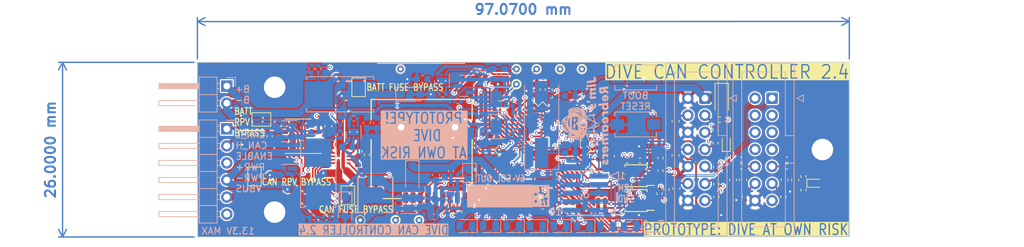
<source format=kicad_pcb>
(kicad_pcb (version 20241229) (generator "pcbnew") (generator_version "9.0")
  (layers (0 "F.Cu" signal) (4 "In1.Cu" signal) (6 "In2.Cu" signal) (2 "B.Cu" signal) (13 "F.Paste" user) (15 "B.Paste" user) (5 "F.SilkS" user "F.Silkscreen") (7 "B.SilkS" user "B.Silkscreen") (1 "F.Mask" user) (3 "B.Mask" user) (25 "Edge.Cuts" user))
  (net 0 "")
  (net 1 "/Power Distribution/BATT_GND")
  (net 2 "/SSC1_RX")
  (net 3 "/SSC1_TX")
  (net 4 "/SSC2_TX")
  (net 5 "/SSC2_RX")
  (net 6 "/SSC3_TX")
  (net 7 "/SSC3_RX")
  (net 8 "GNDREF")
  (net 9 "VCC")
  (net 10 "/CAN_PWR")
  (net 11 "/~{CAN_EN}")
  (net 12 "Net-(U1-PH0)")
  (net 13 "/RST")
  (net 14 "Net-(U1-PH1)")
  (net 15 "Net-(C5-Pad2)")
  (net 16 "Net-(D4-A)")
  (net 17 "/SDA")
  (net 18 "/SCL")
  (net 19 "/SOL_OUT")
  (net 20 "Net-(C6-Pad2)")
  (net 21 "/Power Distribution/CAN_REGULATED")
  (net 22 "/SOLENOID")
  (net 23 "/BOOT")
  (net 24 "/ALRT_ADC1")
  (net 25 "/ALRT_ADC2")
  (net 26 "Net-(D7-A)")
  (net 27 "/LED_0")
  (net 28 "/LED_1")
  (net 29 "/Power Distribution/BATTERY")
  (net 30 "/LED_2")
  (net 31 "/LED_3")
  (net 32 "Net-(D5-A)")
  (net 33 "/LED_4")
  (net 34 "Net-(D6-A)")
  (net 35 "/LED_5")
  (net 36 "Net-(D8-A)")
  (net 37 "/LED_6")
  (net 38 "/Power Distribution/BATTERY_REGULATED")
  (net 39 "Net-(D9-A)")
  (net 40 "/LED_7")
  (net 41 "/CAN_SHDN")
  (net 42 "/CAN_SILENT")
  (net 43 "/Power Distribution/SOLENOID_PWR")
  (net 44 "/C1+")
  (net 45 "/C1-")
  (net 46 "/C2+")
  (net 47 "/C2-")
  (net 48 "/C3+")
  (net 49 "/C3-")
  (net 50 "/AUX+")
  (net 51 "/AUX-")
  (net 52 "Net-(U5-FB)")
  (net 53 "Net-(U10-SS)")
  (net 54 "Net-(D2-K)")
  (net 55 "Net-(D3-K)")
  (net 56 "Net-(D10-A)")
  (net 57 "Net-(D11-A)")
  (net 58 "/SOL_STAT")
  (net 59 "Net-(D12-A)")
  (net 60 "Net-(J1-DAT2)")
  (net 61 "Net-(J1-DAT3{slash}CD)")
  (net 62 "Net-(J1-DAT1)")
  (net 63 "/SD_DET")
  (net 64 "/DAC_2")
  (net 65 "/DAC_1")
  (net 66 "Net-(J2-Pin_12)")
  (net 67 "Net-(J3-Pin_5)")
  (net 68 "Net-(J3-Pin_7)")
  (net 69 "/BATTERY")
  (net 70 "Net-(J3-Pin_9)")
  (net 71 "Net-(J3-Pin_11)")
  (net 72 "Net-(J3-Pin_13)")
  (net 73 "/CAN_GND")
  (net 74 "/BUS_STAT")
  (net 75 "/BUS_SEL1")
  (net 76 "/BUS_SEL2")
  (net 77 "Net-(JP1-A)")
  (net 78 "Net-(Q1-G)")
  (net 79 "/VCC_STAT")
  (net 80 "Net-(Q2-G)")
  (net 81 "Net-(Q3-G)")
  (net 82 "/Power Distribution/BatteryConverter/ENABLE")
  (net 83 "Net-(U1-PC3)")
  (net 84 "Net-(U1-PC2)")
  (net 85 "Net-(U1-PA0)")
  (net 86 "/PWM_1")
  (net 87 "/PWM_2")
  (net 88 "/GPIO_A")
  (net 89 "/GPIO_B")
  (net 90 "/SWDIO")
  (net 91 "/SD_CMD")
  (net 92 "/SD_CLK")
  (net 93 "/SD_DAT0")
  (net 94 "/SWCLK")
  (net 95 "Net-(R47-Pad2)")
  (net 96 "Net-(J3-Pin_3)")
  (net 97 "Net-(R49-Pad2)")
  (net 98 "VBUS")
  (net 99 "/BATT_OFF")
  (net 100 "Net-(U8-I_LIM)")
  (net 101 "Net-(J2-Pin_11)")
  (net 102 "Net-(U9-I_LIM)")
  (net 103 "Net-(U10-ILIM)")
  (net 104 "Net-(R69-Pad2)")
  (net 105 "/VER_DET_2")
  (net 106 "/VER_DET_3")
  (net 107 "/SOL_DIS_BATT")
  (net 108 "/SOL_DIS_CAN")
  (net 109 "/CAN_RX")
  (net 110 "/CAN_TX")
  (net 113 "Net-(J4-Pin_1)")
  (net 114 "/Power Distribution/CAN")
  (net 115 "Net-(J4-Pin_2)")
  (net 118 "/Power Distribution/CAN_PG")
  (net 119 "/Power Distribution/BAT_PG")
  (net 120 "/SWO")
  (footprint "Resistor_SMD:R_0402_1005Metric" (layer "F.Cu") (at 160 91.5 -90)
    (property "Reference" "R25" (hide yes))
    (property "Value" "200")
  )
  (footprint "Resistor_SMD:R_0402_1005Metric" (layer "F.Cu") (at 144.399 86.106)
    (property "Reference" "R57" (hide yes))
    (property "Value" "200")
  )
  (footprint "Resistor_SMD:R_0402_1005Metric" (layer "F.Cu") (at 147.447 85.725 90)
    (property "Reference" "R53" (hide yes))
    (property "Value" "200")
  )
  (footprint "Resistor_SMD:R_0402_1005Metric" (layer "F.Cu") (at 123.421 91.982 90)
    (property "Reference" "R38" (hide yes))
    (property "Value" "5.1k")
  )
  (footprint "Resistor_SMD:R_0402_1005Metric" (layer "F.Cu") (at 138.4 87.982 -90)
    (property "Reference" "R9" (hide yes))
    (property "Value" "10k")
  )
  (footprint "Resistor_SMD:R_0402_1005Metric" (layer "F.Cu") (at 135.021 77.482 180)
    (property "Reference" "R4" (hide yes))
    (property "Value" "10k")
  )
  (footprint "Capacitor_SMD:C_0603_1608Metric" (layer "F.Cu") (at 149.7 80.264 90)
    (property "Reference" "C12" (hide yes))
    (property "Value" "100n")
  )
  (footprint "Resistor_SMD:R_0402_1005Metric" (layer "F.Cu") (at 132.421 92.972 90)
    (property "Reference" "R41" (hide yes))
    (property "Value" "5.1k")
  )
  (footprint "TestPoint:TestPoint_THTPad_D1.0mm_Drill0.5mm" (layer "F.Cu") (at 135.75 72.5)
    (property "Reference" "TP8" (hide yes))
    (property "Value" "VCC")
  )
  (footprint "Resistor_SMD:R_0402_1005Metric" (layer "F.Cu") (at 142.494 86.106)
    (property "Reference" "R56" (hide yes))
    (property "Value" "22k")
  )
  (footprint "TestPoint:TestPoint_THTPad_D1.0mm_Drill0.5mm" (layer "F.Cu") (at 102.75 95)
    (property "Reference" "TP10" (hide yes))
    (property "Value" "SOLENOID_PWR")
  )
  (footprint "Resistor_SMD:R_0402_1005Metric" (layer "F.Cu") (at 121.421 91.972 90)
    (property "Reference" "R36" (hide yes))
    (property "Value" "5.1k")
  )
  (footprint "Package_SO:TSSOP-10_3x3mm_P0.5mm" (layer "F.Cu") (at 143.821 88.382 180)
    (property "Reference" "U6" (hide yes))
    (property "Value" "ADS1115IDGS")
  )
  (footprint "Capacitor_SMD:C_0603_1608Metric" (layer "F.Cu") (at 158.25 89 90)
    (property "Reference" "C5" (hide yes))
    (property "Value" "100n")
  )
  (footprint "Resistor_SMD:R_0402_1005Metric" (layer "F.Cu") (at 139.4 87.972 -90)
    (property "Reference" "R10" (hide yes))
    (property "Value" "10k")
  )
  (footprint "Capacitor_SMD:C_0603_1608Metric" (layer "F.Cu") (at 140.081 85.471 90)
    (property "Reference" "C25" (hide yes))
    (property "Value" "100n")
  )
  (footprint "TestPoint:TestPoint_THTPad_D1.0mm_Drill0.5mm" (layer "F.Cu") (at 126 72.5)
    (property "Reference" "TP4" (hide yes))
    (property "Value" "BAT_REG")
  )
  (footprint "TestPoint:TestPoint_THTPad_D1.0mm_Drill0.5mm" (layer "F.Cu") (at 108 95)
    (property "Reference" "TP9" (hide yes))
    (property "Value" "VBUS")
  )
  (footprint "Resistor_SMD:R_0402_1005Metric" (layer "F.Cu") (at 148.336 90.424 -90)
    (property "Reference" "R55" (hide yes))
    (property "Value" "200")
  )
  (footprint "Capacitor_SMD:C_0603_1608Metric" (layer "F.Cu") (at 159.75 88.975 90)
    (property "Reference" "C7" (hide yes))
    (property "Value" "100n")
  )
  (footprint "Resistor_SMD:R_0402_1005Metric" (layer "F.Cu") (at 134.421 92.982 90)
    (property "Reference" "R43" (hide yes))
    (property "Value" "5.1k")
  )
  (footprint "Capacitor_SMD:C_0603_1608Metric" (layer "F.Cu") (at 149.7 85.344 90)
    (property "Reference" "C11" (hide yes))
    (property "Value" "100n")
  )
  (footprint "Capacitor_SMD:C_0603_1608Metric" (layer "F.Cu") (at 123.5 77.75)
    (property "Reference" "C3" (hide yes))
    (property "Value" "100n")
  )
  (footprint "Resistor_SMD:R_0402_1005Metric" (layer "F.Cu") (at 156.27 80.032 180)
    (property "Reference" "R31" (hide yes))
    (property "Value" "680")
  )
  (footprint "Resistor_SMD:R_0402_1005Metric" (layer "F.Cu") (at 155.77 91.532 -90)
    (property "Reference" "R26" (hide yes))
    (property "Value" "680")
  )
  (footprint "Resistor_SMD:R_0402_1005Metric" (layer "F.Cu") (at 155.67 81.632 -90)
    (property "Reference" "R30" (hide yes))
    (property "Value" "680")
  )
  (footprint "Capacitor_SMD:C_0603_1608Metric" (layer "F.Cu") (at 129.032 75.565 -90)
    (property "Reference" "C32" (hide yes))
    (property "Value" "100n")
  )
  (footprint "Resistor_SMD:R_0402_1005Metric" (layer "F.Cu") (at 155.77 89.622 90)
    (property "Reference" "R27" (hide yes))
    (property "Value" "680")
  )
  (footprint "Resistor_SMD:R_0402_1005Metric" (layer "F.Cu") (at 165.75 91.5 90)
    (property "Reference" "R24" (hide yes))
    (property "Value" "200")
  )
  (footprint "Jumper:SolderJumper-2_P1.3mm_Open_TrianglePad1.0x1.5mm" (layer "F.Cu") (at 100.9 91.3 90)
    (property "Reference" "JP3" (hide yes))
    (property "Value" "CAN_FUSE_BYPASS")
  )
  (footprint "Resistor_SMD:R_0402_1005Metric" (layer "F.Cu") (at 133.421 92.982 90)
    (property "Reference" "R42" (hide yes))
    (property "Value" "5.1k")
  )
  (footprint "Resistor_SMD:R_0402_1005Metric" (layer "F.Cu") (at 135.99 79.5 180)
    (property "Reference" "R11" (hide yes))
    (property "Value" "10k")
  )
  (footprint "Resistor_SMD:R_0402_1005Metric" (layer "F.Cu") (at 89.25 82.5 90)
    (property "Reference" "R35" (hide yes))
    (property "Value" "560")
  )
  (footprint "Package_SO:TSSOP-10_3x3mm_P0.5mm" (layer "F.Cu") (at 143.821 92.082 180)
    (property "Reference" "U7" (hide yes))
    (property "Value" "ADS1115IDGS")
  )
  (footprint "Jumper:SolderJumper-2_P1.3mm_Open_TrianglePad1.0x1.5mm" (layer "F.Cu") (at 88.025 80)
    (property "Reference" "JP4" (hide yes))
    (property "Value" "BATT_RVP_BYPASS")
  )
  (footprint "Package_SO:SOIC-8_3.9x4.9mm_P1.27mm" (layer "F.Cu") (at 93.5 82.5 180)
    (property "Reference" "U2" (hide yes))
    (property "Value" "TCAN334")
  )
  (footprint "Capacitor_SMD:C_0603_1608Metric" (layer "F.Cu") (at 122.75 80 -90)
    (property "Reference" "C4" (hide yes))
    (property "Value" "100n")
  )
  (footprint "Capacitor_SMD:C_0603_1608Metric" (layer "F.Cu") (at 138.5 85 -90)
    (property "Reference" "C29" (hide yes))
    (property "Value" "100n")
  )
  (footprint "Capacitor_SMD:C_0603_1608Metric" (layer "F.Cu") (at 167.5 89 90)
    (property "Reference" "C8" (hide yes))
    (property "Value" "100n")
  )
  (footprint "Capacitor_SMD:C_0603_1608Metric" (layer "F.Cu") (at 130.81 75.565 -90)
    (property "Reference" "C28" (hide yes))
    (property "Value" "100n")
  )
  (footprint "MountingHole:MountingHole_3.2mm_M3_Pad" (layer "F.Cu") (at 90 93.8)
    (property "Reference" "H3" (hide yes))
    (property "Value" "MountingHole_Pad")
  )
  (footprint "Resistor_SMD:R_0402_1005Metric" (layer "F.Cu") (at 124.421 91.982 90)
    (property "Reference" "R39" (hide yes))
    (property "Value" "5.1k")
  )
  (footprint "Capacitor_SMD:C_0603_1608Metric" (layer "F.Cu") (at 121.285 88)
    (property "Reference" "C31" (hide yes))
    (property "Value" "100n")
  )
  (footprint "MountingHole:MountingHole_3.2mm_M3_Pad" (layer "F.Cu") (at 90 75.2)
    (property "Reference" "H1" (hide yes))
    (property "Value" "MountingHole_Pad")
  )
  (footprint "Capacitor_SMD:C_0603_1608Metric" (layer "F.Cu") (at 149.827 90.297 90)
    (property "Reference" "C10" (hide yes))
    (property "Value" "100n")
  )
  (footprint "Resistor_SMD:R_0402_1005Metric" (layer "F.Cu") (at 166.25 87 180)
    (property "Reference" "R22" (hide yes))
    (property "Value" "22k")
  )
  (footprint "Resistor_SMD:R_0402_1005Metric" (layer "F.Cu") (at 159.5 87)
    (property "Reference" "R20" (hide yes))
    (property "Value" "22k")
  )
  (footprint "Resistor_SMD:R_0402_1005Metric" (layer "F.Cu") (at 168.75 90.5 -90)
    (property "Reference" "R17" (hide yes))
    (property "Value" "10k")
  )
  (footprint "Resistor_SMD:R_0402_1005Metric" (layer "F.Cu") (at 122.421 91.982 90)
    (property "Reference" "R37" (hide yes))
    (property "Value" "5.1k")
  )
  (footprint "Resistor_SMD:R_0402_1005Metric" (layer "F.Cu") (at 103.75 85.25 -90)
    (property "Reference" "R70" (hide yes))
    (property "Value" "10k")
  )
  (footprint "TestPoint:TestPoint_THTPad_D1.0mm_Drill0.5mm" (layer "F.Cu") (at 111.5 95 180)
    (property "Reference" "TP1" (hide yes))
    (property "Value" "SOL_EN")
  )
  (footprint "Resistor_SMD:R_0402_1005Metric" (layer "F.Cu") (at 121.76 89.25)
    (property "Reference" "R12" (hide yes))
    (property "Value" "10k")
  )
  (footprint "Capacitor_SMD:C_0603_1608Metric" (layer "F.Cu") (at 102.5 84.75 90)
    (property "Reference" "C27" (hide yes))
    (property "Value" "100n")
  )
  (footprint "Resistor_SMD:R_0402_1005Metric" (layer "F.Cu") (at 147.32 91.061 90)
    (property "Reference" "R54" (hide yes))
    (property "Value" "22k")
  )
  (footprint "Resistor_SMD:R_0402_1005Metric" (layer "F.Cu") (at 168.75 88.49 -90)
    (property "Reference" "R19" (hide yes))
    (property "Value" "10k")
  )
  (footprint "Package_DFN_QFN:Texas_VQFN-HR-12_2x2.5mm_P0.5mm" (layer "F.Cu") (at 99.85 85.75 -90)
    (property "Reference" "U10" (hide yes))
    (property "Value" "TPS2121")
  )
  (footprint "Resistor_SMD:R_0402_1005Metric" (layer "F.Cu") (at 166.25 86)
    (property "Reference" "R23" (hide yes))
    (property "Value" "2.2k")
  )
  (footprint "TestPoint:TestPoint_THTPad_D1.0mm_Drill0.5mm" (layer "F.Cu") (at 126 74.75)
    (property "Reference" "TP5" (hide yes))
    (property "Value" "VCC_STAT")
  )
  (footprint "Resistor_SMD:R_0402_1005Metric" (layer "F.Cu") (at 155.67 83.532 -90)
    (property "Reference" "R29" (hide yes))
    (property "Value" "680")
  )
  (footprint "Resistor_SMD:R_0402_1005Metric" (layer "F.Cu") (at 138.671 92.972)
    (property "Reference" "R7" (hide yes))
    (property "Value" "10k")
  )
  (footprint "Capacitor_SMD:C_0603_1608Metric" (layer "F.Cu") (at 165.942 89 90)
    (property "Reference" "C6" (hide yes))
    (property "Value" "100n")
  )
  (footprint "Resistor_SMD:R_0402_1005Metric" (layer "F.Cu") (at 117.5 93.75 -90)
    (property "Reference" "R32" (hide yes))
    (property "Value" "10k")
  )
  (footprint "Resistor_SMD:R_0402_1005Metric" (layer "F.Cu") (at 155.72 87.082 -90)
    (property "Reference" "R28" (hide yes))
    (property "Value" "680")
  )
  (footprint "Package_QFP:LQFP-64_10x10mm_P0.5mm" (layer "F.Cu") (at 129.921 84.582 -45)
    (property "Reference" "U1" (hide yes))
    (property "Value" "STM32L431RCTx")
  )
  (footprint "Resistor_SMD:R_0402_1005Metric" (layer "F.Cu") (at 159.5 86 180)
    (property "Reference" "R21" (hide yes))
    (property "Value" "2.2k")
  )
  (footprint "Resistor_SMD:R_0402_1005Metric" (layer "F.Cu") (at 109 93.25 180)
    (property "Reference" "R34" (hide yes))
    (property "Value" "10k")
  )
  (footprint "Jumper:SolderJumper-2_P1.3mm_Open_TrianglePad1.0x1.5mm" (layer "F.Cu") (at 87 88.5 90)
    (property "Reference" "JP5" (hide yes))
    (property "Value" "CAN_RVP_BYPASS")
  )
  (footprint "Resistor_SMD:R_0402_1005Metric" (layer "F.Cu") (at 157.5 85.75 90)
    (property "Reference" "R16" (hide yes))
    (property "Value" "10k")
  )
  (footprint "Capacitor_SMD:C_0603_1608Metric" (layer "F.Cu") (at 141.859 94.742 180)
    (property "Reference" "C26" (hide yes))
    (property "Value" "100n")
  )
  (footprint "MountingHole:MountingHole_3.2mm_M3_Pad" (layer "F.Cu") (at 171.57 84.482)
    (property "Reference" "H2" (hide yes))
    (property "Value" "MountingHole_Pad")
  )
  (footprint "Capacitor_SMD:C_0603_1608Metric" (layer "F.Cu") (at 98 81 90)
    (property "Reference" "C9" (hide yes))
    (property "Value" "100n")
  )
  (footprint "Jumper:SolderJumper-2_P1.3mm_Open_TrianglePad1.0x1.5mm" (layer "F.Cu") (at 102.5 75.2 -90)
    (property "Reference" "JP2" (hide yes))
    (property "Value" "BATT_FUSE_BYPASS")
  )
  (footprint "Resistor_SMD:R_0402_1005Metric" (layer "F.Cu") (at 111 93.25)
    (property "Reference" "R33" (hide yes))
    (property "Value" "10k")
  )
  (footprint "Diode_SMD:D_SOD-523" (layer "F.Cu") (at 170.5 89.5)
    (property "Reference" "D3" (hide yes))
    (property "Value" "BZX584C2V4")
  )
  (footprint "Resistor_SMD:R_0402_1005Metric" (layer "F.Cu") (at 147.447 87.63 90)
    (property "Reference" "R52" (hide yes))
    (property "Value" "22k")
  )
  (footprint "Library:CONN9_0185-02_GSW" (layer "F.Cu") (at 111.889 84.80135 180)
    (property "Reference" "J1" (hide yes))
    (property "Value" "Micro_SD_Card_Det1")
  )
  (footprint "TestPoint:TestPoint_THTPad_D1.0mm_Drill0.5mm" (layer "F.Cu") (at 132.5 72.5)
    (property "Reference" "TP6" (hide yes))
    (property "Value" "BUS_STAT")
  )
  (footprint "Resistor_SMD:R_0402_1005Metric" (layer "F.Cu") (at 157 87.75 90)
    (property "Reference" "R18" (hide yes))
    (property "Value" "10k")
  )
  (footprint "Diode_SMD:D_SOD-123" (layer "F.Cu") (at 156.57 76.982 -90)
    (property "Reference" "D1" (hide yes))
    (property "Value" "MBR0520")
  )
  (footprint "Capacitor_SMD:C_0603_1608Metric" (layer "F.Cu") (at 129.921 92.832 180)
    (property "Reference" "C30" (hide yes))
    (property "Value" "100n")
  )
  (footprint "TestPoint:TestPoint_THTPad_D1.0mm_Drill0.5mm" (layer "F.Cu") (at 129 72.5)
    (property "Reference" "TP2" (hide yes))
    (property "Value" "BAT_EN")
  )
  (footprint "Resistor_SMD:R_0402_1005Metric" (layer "F.Cu") (at 125.421 91.982 90)
    (property "Reference" "R40" (hide yes))
    (property "Value" "5.1k")
  )
  (footprint "Resistor_SMD:R_0402_1005Metric" (layer "F.Cu") (at 138.671 91.982)
    (property "Reference" "R8" (hide yes))
    (property "Value" "10k")
  )
  (footprint "Diode_SMD:D_SOD-523" (layer "F.Cu") (at 157.25 83.5 90)
    (property "Reference" "D2" (hide yes))
    (property "Value" "BZX584C2V4")
  )
  (footprint "Resistor_SMD:R_0402_1005Metric" (layer "F.Cu") (at 102.75 86.75)
    (property "Reference" "R69" (hide yes))
    (property "Value" "100k")
  )
  (footprint "Resistor_SMD:R_0402_1005Metric" (layer "B.Cu") (at 95.47 72.47 -90)
    (property "Reference" "R2" (hide yes))
    (property "Value" "12k")
  )
  (footprint "Resistor_SMD:R_0402_1005Metric" (layer "B.Cu") (at 116.25 92.75 90)
    (property "Reference" "R48" (hide yes))
    (property "Value" "1.2k")
  )
  (footprint "TestPoint:TestPoint_THTPad_D1.0mm_Drill0.5mm" (layer "B.Cu") (at 108.75 72.5 180)
    (property "Reference" "TP3" (hide yes))
    (property "Value" "CAN_REG")
  )
  (footprint "Resistor_SMD:R_0402_1005Metric" (layer "B.Cu") (at 117.26 77.25 180)
    (property "Reference" "R63" (hide yes))
    (property "Value" "680")
  )
  (footprint "Resistor_SMD:R_0402_1005Metric" (layer "B.Cu") (at 122.49 84.75 180)
    (property "Reference" "R15" (hide yes))
    (property "Value" "10k")
  )
  (footprint "Capacitor_SMD:C_0603_1608Metric" (layer "B.Cu") (at 108.5 92.475 -90)
    (property "Reference" "C19" (hide yes))
    (property "Value" "100n")
  )
  (footprint "Capacitor_SMD:C_0603_1608Metric" (layer "B.Cu") (at 100.8 84.1125)
    (property "Reference" "C13" (hide yes))
    (property "Value" "10u")
  )
  (footprint "Resistor_SMD:R_0402_1005Metric" (layer "B.Cu") (at 99.75 80.25 90)
    (property "Reference" "R3" (hide yes))
    (property "Value" "12k")
  )
  (footprint "Capacitor_SMD:C_0603_1608Metric" (layer "B.Cu") (at 134 76.5 180)
    (property "Reference" "C1" (hide yes))
    (property "Value" "20p")
  )
  (footprint "Resistor_SMD:R_0402_1005Metric" (layer "B.Cu") (at 146.75 83.25)
    (property "Reference" "R1" (hide yes))
    (property "Value" "10k")
  )
  (footprint "Capacitor_SMD:C_0603_1608Metric" (layer "B.Cu") (at 124.25 73.25 -90)
    (property "Reference" "C17" (hide yes))
    (property "Value" "100n")
  )
  (footprint "Diode_SMD:D_SOD-123F" (layer "B.Cu") (at 100.5 93 -90)
    (property "Reference" "D14" (hide yes))
    (property "Value" "SMF12A")
  )
  (footprint "Library:L_SunItech_SLO0530H" (layer "B.Cu") (at 105 91.25 90)
    (property "Reference" "L1" (hide yes))
    (property "Value" "10u")
  )
  (footprint "Resistor_SMD:R_0402_1005Metric" (layer "B.Cu") (at 95.75 94.565 180)
    (property "Reference" "R61" (hide yes))
    (property "Value" "100k")
  )
  (footprint "LED_SMD:LED_0805_2012Metric" (layer "B.Cu") (at 118.4835 95.878 180)
    (property "Reference" "D4" (hide yes))
    (property "Value" "LED")
  )
  (footprint "LED_SMD:LED_0805_2012Metric" (layer "B.Cu") (at 125.4835 95.878 180)
    (property "Reference" "D6" (hide yes))
    (property "Value" "LED")
  )
  (footprint "Connector_IDC:IDC-Header_2x07_P2.54mm_Vertical" (layer "B.Cu") (at 154.07 76.842 180)
    (property "Reference" "J3" (hide yes))
    (property "Value" "Digital Connection")
  )
  (footprint "Package_SON:WSON-6-1EP_2x2mm_P0.65mm_EP1x1.6mm_ThermalVias" (layer "B.Cu") (at 101.75 81.8625 -90)
    (property "Reference" "U3" (hide yes))
    (property "Value" "TPS7A2533DRVR")
  )
  (footprint "LED_SMD:LED_0805_2012Metric" (layer "B.Cu") (at 142.9835 95.878 180)
    (property "Reference" "D11" (hide yes))
    (property "Value" "LED")
  )
  (footprint "Capacitor_SMD:C_0402_1005Metric" (layer "B.Cu") (at 117.75 90.25 180)
    (property "Reference" "C22" (hide yes))
    (property "Value" "100p")
  )
  (footprint "Diode_SMD:D_SOD-123F" (layer "B.Cu") (at 110.25 76.25)
    (property "Reference" "D13" (hide yes))
    (property "Value" "SMF12A")
  )
  (footprint "Package_TO_SOT_SMD:SOT-23" (layer "B.Cu") (at 91.6875 88.25 180)
    (property "Reference" "Q2" (hide yes))
    (property "Value" "SI2302")
  )
  (footprint "Capacitor_SMD:C_0402_1005Metric" (layer "B.Cu") (at 117.75 91.25 180)
    (property "Reference" "C23" (hide yes))
    (property "Value" "100p")
  )
  (footprint "Resistor_SMD:R_0402_1005Metric" (layer "B.Cu") (at 126 80 180)
    (property "Reference" "R13" (hide yes))
    (property "Value" "10k")
  )
  (footprint "Diode_SMD:D_SOD-123" (layer "B.Cu") (at 110.5 88.5 -90)
    (property "Reference" "D12" (hide yes))
    (property "Value" "MBR0520")
  )
  (footprint "Library:VSON-8_3.3x3.3mm_P0.65mm_NexFET" (layer "B.Cu") (at 123 81.07 180)
    (property "Reference" "U9" (hide yes))
    (property "Value" "TPS2115")
  )
  (footprint "Package_TO_SOT_SMD:SOT-23" (layer "B.Cu") (at 118.1875 75 180)
    (property "Reference" "Q3" (hide yes))
    (property "Value" "2N7000")
  )
  (footprint "Resistor_SMD:R_0402_1005Metric" (layer "B.Cu") (at 126 82 180)
    (property "Reference" "R67" (hide yes))
    (property "Value" "2.2k")
  )
  (footprint "Capacitor_SMD:C_0603_1608Metric" (layer "B.Cu") (at 114 88.25 -90)
    (property "Reference" "C24" (hide yes))
    (property "Value" "10u")
  )
  (footprint "Resistor_SMD:R_0402_1005Metric" (layer "B.Cu") (at 94.25 81.25 90)
    (property "Reference" "R58" (hide yes))
    (property "Value" "10k")
  )
  (footprint "Resistor_SMD:R_0402_1005Metric" (layer "B.Cu") (at 96.5 72.47 90)
    (property "Reference" "R6" (hide yes))
    (property "Value" "75k")
  )
  (footprint "Resistor_SMD:R_0402_1005Metric" (layer "B.Cu") (at 117.25 88.75 90)
    (property "Reference" "R50" (hide yes))
    (property "Value" "100k")
  )
  (footprint "Resistor_SMD:R_0402_1005Metric" (layer "B.Cu") (at 117.25 92.75 -90)
    (property "Reference" "R47" (hide yes))
    (property "Value" "12k")
  )
  (footprint "Capacitor_SMD:C_0603_1608Metric" (layer "B.Cu") (at 111.975 74 180)
    (property "Reference" "C16" (hide yes))
    (property "Value" "10u")
  )
  (footprint "Crystal:Crystal_SMD_HC49-SD" (layer "B.Cu") (at 129.75 80.75 90)
    (property "Reference" "Y1" (hide yes))
    (property "Value" "8MHz")
  )
  (footprint "Library:CON10_2X5_DUK_FTSH_SAI" (layer "B.Cu") (at 136.25 90.98 -90)
    (property "Reference" "J5")
    (property "Value" "JTAG")
  )
  (footprint "Resistor_SMD:R_0402_1005Metric" (layer "B.Cu") (at 113.75 94.5 180)
    (property "Reference" "R46" (hide yes))
    (property "Value" "100k")
  )
  (footprint "LED_SMD:LED_0805_2012Metric" (layer "B.Cu") (at 128.9835 95.878 180)
    (property "Reference" "D7" (hide yes))
    (property "Value" "LED")
  )
  (footprint "Resistor_SMD:R_0402_1005Metric" (layer "B.Cu") (at 126 78.01 180)
    (property "Reference" "R65" (hide yes))
    (property "Value" "10k")
  )
  (footprint "Package_TO_SOT_SMD:SOT-23-5" (layer "B.Cu") (at 113.95 91.7875 -90)
    (property "Reference" "U5" (hide yes))
    (property "Value" "LMR62014XMF")
  )
  (footprint "LOGO" (layer "B.Cu") (at 136.489719 80.132591 -90)
    (property "Reference" "G***" (hide yes))
    (property "Value" "LOGO" (hide yes))
  )
  (footprint "Resistor_SMD:R_0402_1005Metric" (layer "B.Cu") (at 101.8 79.8625)
    (property "Reference" "R44" (hide yes))
    (property "Value" "10k")
  )
  (footprint "Resistor_SMD:R_0402_1005Metric" (layer "B.Cu") (at 116.25 89.75 90)
    (property "Reference" "R49" (hide yes))
    (property "Value" "15k")
  )
  (footprint "Jumper:SolderJumper-2_P1.3mm_Open_TrianglePad1.0x1.5mm" (layer "B.Cu") (at 119 87.975 -90)
    (property "Reference" "JP1" (hide yes))
    (property "Value" "6V_OUT")
  )
  (footprint "Package_SON:WSON-6-1EP_2x2mm_P0.65mm_EP1x1.6mm_ThermalVias" (layer "B.Cu") (at 114.9 74.25 -90)
    (property "Reference" "U4" (hide yes))
    (property "Value" "TPS7A2533DRVR")
  )
  (footprint "Resistor_SMD:R_0402_1005Metric" (layer "B.Cu") (at 120.5 84.75 180)
    (property "Reference" "R14" (hide yes))
    (property "Value" "100k")
  )
  (footprint "Resistor_SMD:R_0402_1005Metric" (layer "B.Cu") (at 126 79 180)
    (property "Reference" "R66" (hide yes))
    (property "Value" "10k")
  )
  (footprint "Connector_PinHeader_2.54mm:PinHeader_1x06_P2.54mm_Horizontal" (layer "B.Cu") (at 82.875 81.4 180)
    (property "Reference" "J4" (hide yes))
    (property "Value" "CAN Connection")
  )
  (footprint "Connector_PinHeader_2.54mm:PinHeader_1x02_P2.54mm_Horizontal" (layer "B.Cu") (at 82.875 75.035 180)
    (property "Reference" "BT1" (hide yes))
    (property "Value" "Battery_Cell")
  )
  (footprint "Fuse:Fuseholder_Littelfuse_Nano2_154x" (layer "B.Cu") (at 96.5 88.13 -90)
    (property "Reference" "F2" (hide yes))
    (property "Value" "2A")
  )
  (footprint "LED_SMD:LED_0805_2012Metric" (layer "B.Cu") (at 132.4835 95.878 180)
    (property "Reference" "D8" (hide yes))
    (property "Value" "LED")
  )
  (footprint "Capacitor_SMD:C_0603_1608Metric" (layer "B.Cu") (at 103.75 80.5 -90)
    (property "Reference" "C14" (hide yes))
    (property "Value" "100n")
  )
  (footprint "Resistor_SMD:R_0402_1005Metric" (layer "B.Cu") (at 99.75 82.25 90)
    (property "Reference" "R5" (hide yes))
    (property "Value" "75k")
  )
  (footprint "Package_TO_SOT_SMD:SOT-23" (layer "B.Cu") (at 91.6875 81.75 180)
    (property "Reference" "Q1" (hide yes))
    (property "Value" "SI2302")
  )
  (footprint "Resistor_SMD:R_0402_1005Metric" (layer "B.Cu") (at 96 81.75)
    (property "Reference" "R60" (hide yes))
    (property "Value" "100k")
  )
  (footprint "Capacitor_SMD:C_0603_1608Metric" (layer "B.Cu") (at 111.5 92.475 -90)
    (property "Reference" "C21" (hide yes))
    (property "Value" "100n")
  )
  (footprint "Resistor_SMD:R_0402_1005Metric" (layer "B.Cu") (at 121 72.75 -90)
    (property "Reference" "R45" (hide yes))
    (property "Value" "10k")
  )
  (footprint "Capacitor_SMD:C_0603_1608Metric" (layer "B.Cu") (at 134 85 180)
    (property "Reference" "C2" (hide yes))
    (property "Value" "20p")
  )
  (footprint "Resistor_SMD:R_0402_1005Metric" (layer "B.Cu") (at 116.25 87.75 90)
    (property "Reference" "R51" (hide yes))
    (property "Value" "100k")
  )
  (footprint "LED_SMD:LED_0805_2012Metric" (layer "B.Cu") (at 135.9835 95.878 180)
    (property "Reference" "D9" (hide yes))
    (property "Value" "LED")
  )
  (footprint "Resistor_SMD:R_0402_1005Metric" (layer "B.Cu") (at 115 76.25 180)
    (property "Reference" "R62" (hide yes))
    (property "Value" "10k")
  )
  (footprint "Capacitor_SMD:C_0603_1608Metric" (layer "B.Cu") (at 105.25 80.5 -90)
    (property "Reference" "C15" (hide yes))
    (property "Value" "10u")
  )
  (footprint "Library:VSON-8_3.3x3.3mm_P0.65mm_NexFET" (layer "B.Cu") (at 123 77 180)
    (property "Reference" "U8" (hide yes))
    (property "Value" "TPS2115")
  )
  (footprint "LED_SMD:LED_0805_2012Metric" (layer "B.Cu") (at 139.4835 95.878 180)
    (property "Reference" "D10" (hide yes))
    (property "Value" "LED")
  )
  (footprint "LED_SMD:LED_0805_2012Metric" (layer "B.Cu") (at 121.9835 95.878 180)
    (property "Reference" "D5" (hide yes))
    (property "Value" "LED")
  )
  (footprint "Button_Switch_SMD:SW_SPST_EVQPE1" (layer "B.Cu") (at 143.75 80.75)
    (property "Reference" "SW1" (hide yes))
    (property "Value" "RST")
  )
  (footprint "Button_Switch_SMD:SW_SPST_EVQPE1" (layer "B.Cu") (at 143.75 73.75)
    (property "Reference" "SW2" (hide yes))
    (property "Value" "RST")
  )
  (footprint "Connector_IDC:IDC-Header_2x07_P2.54mm_Vertical" (layer "B.Cu") (at 164.07 76.842 180)
    (property "Reference" "J2" (hide yes))
    (property "Value" "Analog Connection")
  )
  (footprint "Capacitor_SMD:C_0603_1608Metric" (layer "B.Cu") (at 110 92.475 90)
    (property "Reference" "C20" (hide yes))
    (property "Value" "10u")
  )
  (footprint "Resistor_SMD:R_0402_1005Metric" (layer "B.Cu") (at 97.75 94.565)
    (property "Reference" "R59" (hide yes))
    (property "Value" "10k")
  )
  (footprint "Capacitor_SMD:C_0603_1608Metric" (layer "B.Cu") (at 122.5 73.25 -90)
    (property "Reference" "C18" (hide yes))
    (property "Value" "10u")
  )
  (footprint "Fuse:Fuseholder_Littelfuse_Nano2_154x" (layer "B.Cu") (at 99.75 76.25)
    (property "Reference" "F1" (hide yes))
    (property "Value" "2A")
  )
  (gr_line (start 147.5335 96.778) (end 145.0335 96.778) (stroke (width 0.2)) (layer "B.SilkS"))
  (gr_line (start 145.0335 96.778) (end 145.6335 97.178) (stroke (width 0.2)) (layer "B.SilkS"))
  (gr_line (start 145.0335 96.778) (end 145.6335 96.378) (stroke (width 0.2)) (layer "B.SilkS"))
  (gr_rect (start 118.7 89.75) (end 128.4 93.05) (stroke (width 0.1)) (fill yes) (layer "B.SilkS"))
  (gr_line (start 175.57 71.482) (end 175.57 97.482) (stroke (width 0.1)) (layer "Edge.Cuts"))
  (gr_line (start 78.5 97.5) (end 78.5 71.5) (stroke (width 0.1)) (layer "Edge.Cuts"))
  (gr_line (start 78.5 71.5) (end 175.57 71.482) (stroke (width 0.1)) (layer "Edge.Cuts"))
  (gr_line (start 175.57 97.482) (end 78.5 97.5) (stroke (width 0.1)) (layer "Edge.Cuts"))
  (gr_text "BATT\nRPV\nBYPASS" (at 83.9 82.6 0) (layer "F.SilkS") (effects (font (size 1 0.8)) (justify left bottom)))
  (gr_text "CAN RPV BYPASS" (at 88 89.9 0) (layer "F.SilkS") (effects (font (size 1 0.8)) (justify left bottom)))
  (gr_text "PROTOTYPE: DIVE AT OWN RISK" (at 160.2 96.4 0) (layer "F.SilkS" knockout) (effects (font (size 1.6 1.3) (thickness 0.2))))
  (gr_text "DIVE CAN CONTROLLER 2.4\n" (at 139 74.1 0) (layer "F.SilkS" knockout) (effects (font (size 2 1.8) (thickness 0.2)) (justify left bottom)))
  (gr_text "CAN FUSE BYPASS" (at 96.5 94 0) (layer "F.SilkS") (effects (font (size 1 0.8)) (justify left bottom)))
  (gr_text "BATT FUSE BYPASS" (at 103.6 75.8 0) (layer "F.SilkS") (effects (font (size 1 0.8)) (justify left bottom)))
  (gr_text "B+\nB-" (at 85.2 76.3 0) (layer "B.SilkS") (effects (font (size 1 1)) (justify mirror)))
  (gr_text "13.3V MAX" (at 79 97.2 0) (layer "B.SilkS") (effects (font (size 1 1)) (justify right bottom mirror)))
  (gr_text "CAN_L\nCAN_H\nENABLE\nPWR+\nPWR-\nVBUS\n" (at 84.1 90.9 0) (layer "B.SilkS") (effects (font (size 1 1)) (justify right bottom mirror)))
  (gr_text "7...0" (at 148.1835 96.178 0) (layer "B.SilkS") (effects (font (size 1 1)) (justify left bottom mirror)))
  (gr_text "ARM\nSWD" (at 141 92.4 0) (layer "B.SilkS") (effects (font (size 1 0.8)) (justify right bottom mirror)))
  (gr_text "6V SOL OUT" (at 120 89.375 0) (layer "B.SilkS") (effects (font (size 1 0.8)) (justify right bottom mirror)))
  (gr_text "DIVE CAN CONTROLLER 2.4\n" (at 116 97.25 0) (layer "B.SilkS" knockout) (effects (font (size 1.3 1.1)) (justify left bottom mirror)))
  (gr_text "PROTOTYPE!\nDIVE \nAT OWN RISK" (at 112.2 82.4 0) (layer "B.SilkS" knockout) (effects (font (size 1.6 1.3) (thickness 0.2)) (justify mirror)))
  (gr_text "BOOT\nRESET" (at 143.75 77.25 0) (layer "B.SilkS") (effects (font (size 1 1)) (justify mirror)))
  (gr_text "#:     " (at 130.9 92.55 0) (layer "B.SilkS" knockout) (effects (font (size 2 1.5) (thickness 0.25) (bold yes)) (justify left bottom mirror)))
  (dimension (type aligned) (layer "B.Cu") (pts (xy 78.5 71.5) (xy 78.5 97.5)) (height 20.08) (format (prefix "") (suffix "") (units 3) (units_format 1) (precision 4)) (style (thickness 0.2) (arrow_length 1.27) (text_position_mode 0) (arrow_direction outward) (extension_height 0.58642) (extension_offset 0.5) (keep_text_aligned yes)) (gr_text "26.0000 mm" (at 56.62 84.5 90) (layer "B.Cu") (effects (font (size 1.5 1.5) (thickness 0.3)))))
  (dimension (type aligned) (layer "B.Cu") (pts (xy 175.57 71.482) (xy 78.5 71.5)) (height 6.071722) (format (prefix "") (suffix "") (units 3) (units_format 1) (precision 4)) (style (thickness 0.2) (arrow_length 1.27) (text_position_mode 0) (arrow_direction outward) (extension_height 0.58642) (extension_offset 0.5) (keep_text_aligned yes)) (gr_text "97.0700 mm" (at 127.03354 63.619278 0.01062453919) (layer "B.Cu") (effects (font (size 1.5 1.5) (thickness 0.3)))))
  (segment (start 87 79.75) (end 84.825 77.575) (width 1.12) (layer "F.Cu") (net 1))
  (segment (start 84.825 77.575) (end 82.875 77.575) (width 1.12) (layer "F.Cu") (net 1))
  (segment (start 90.0525 80.99) (end 90.5625 81.5) (width 1.12) (layer "B.Cu") (net 1))
  (segment (start 82.875 78.682646) (end 85.182354 80.99) (width 1.12) (layer "B.Cu") (net 1))
  (segment (start 82.875 77.575) (end 82.875 78.682646) (width 1.12) (layer "B.Cu") (net 1))
  (segment (start 85.182354 80.99) (end 90.0525 80.99) (width 1.12) (layer "B.Cu") (net 1))
  (segment (start 133.049948 79.685286) (end 134.503234 78.232) (width 0.254) (layer "F.Cu") (net 2))
  (segment (start 155.26 81.122) (end 155.07 80.932) (width 0.254) (layer "F.Cu") (net 2))
  (segment (start 134.503234 78.232) (end 135.921 78.232) (width 0.254) (layer "F.Cu") (net 2))
  (segment (start 155.67 81.122) (end 155.26 81.122) (width 0.254) (layer "F.Cu") (net 2))
  (via (at 135.921 78.232) (size 0.5) (drill 0.3) (layers "F.Cu" "B.Cu") (net 2))
  (via (at 155.07 80.932) (size 0.5) (drill 0.3) (layers "F.Cu" "B.Cu") (net 2))
  (segment (start 134.68334 78.759) (end 136.644 78.759) (width 0.254) (layer "F.Cu") (net 3))
  (segment (start 133.403501 80.038839) (end 134.68334 78.759) (width 0.254) (layer "F.Cu") (net 3))
  (segment (start 156.78 80.032) (end 157.52 80.032) (width 0.254) (layer "F.Cu") (net 3))
  (segment (start 136.644 78.759) (end 136.921 78.482) (width 0.254) (layer "F.Cu") (net 3))
  (via (at 136.921 78.482) (size 0.5) (drill 0.3) (layers "F.Cu" "B.Cu") (net 3))
  (via (at 157.52 80.032) (size 0.5) (drill 0.3) (layers "F.Cu" "B.Cu") (net 3))
  (segment (start 155.67 83.022) (end 154.88 83.022) (width 0.254) (layer "F.Cu") (net 4))
  (segment (start 123.781443 85.418257) (end 123.256519 85.943181) (width 0.254) (layer "F.Cu") (net 4))
  (segment (start 125.921 84.482) (end 124.984743 85.418257) (width 0.254) (layer "F.Cu") (net 4))
  (segment (start 124.984743 85.418257) (end 123.781443 85.418257) (width 0.254) (layer "F.Cu") (net 4))
  (segment (start 154.88 83.022) (end 154.62 83.282) (width 0.254) (layer "F.Cu") (net 4))
  (via (at 125.921 84.482) (size 0.5) (drill 0.3) (layers "F.Cu" "B.Cu") (net 4))
  (via (at 154.62 83.282) (size 0.5) (drill 0.3) (layers "F.Cu" "B.Cu") (net 4))
  (segment (start 155.72 86.572) (end 156.28 86.572) (width 0.254) (layer "F.Cu") (net 5))
  (segment (start 124 84) (end 124 83.9643) (width 0.254) (layer "F.Cu") (net 5))
  (segment (start 124 83.9643) (end 123.256519 83.220819) (width 0.254) (layer "F.Cu") (net 5))
  (segment (start 156.28 86.572) (end 156.47 86.382) (width 0.254) (layer "F.Cu") (net 5))
  (via (at 156.47 86.382) (size 0.5) (drill 0.3) (layers "F.Cu" "B.Cu") (net 5))
  (via (at 124 84) (size 0.5) (drill 0.3) (layers "F.Cu" "B.Cu") (net 5))
  (segment (start 155.77 90.132) (end 155.97 89.932) (width 0.254) (layer "F.Cu") (net 6))
  (segment (start 126.874554 87.982) (end 126.084946 88.771608) (width 0.254) (layer "F.Cu") (net 6))
  (segment (start 127.671 87.982) (end 126.874554 87.982) (width 0.254) (layer "F.Cu") (net 6))
  (segment (start 155.97 89.932) (end 156.77 89.932) (width 0.254) (layer "F.Cu") (net 6))
  (via (at 156.77 89.932) (size 0.5) (drill 0.3) (layers "F.Cu" "B.Cu") (net 6))
  (via (at 127.671 87.982) (size 0.5) (drill 0.3) (layers "F.Cu" "B.Cu") (net 6))
  (segment (start 128.394 87.455) (end 127.127 87.455) (width 0.254) (layer "F.Cu") (net 7))
  (segment (start 155.77 91.022) (end 155.98 91.022) (width 0.254) (layer "F.Cu") (net 7))
  (segment (start 128.421 87.482) (end 128.394 87.455) (width 0.254) (layer "F.Cu") (net 7))
  (segment (start 127.007277 87.574723) (end 126.574723 87.574723) (width 0.254) (layer "F.Cu") (net 7))
  (segment (start 155.98 91.022) (end 156.37 90.632) (width 0.254) (layer "F.Cu") (net 7))
  (segment (start 126.574723 87.574723) (end 125.731392 88.418054) (width 0.254) (layer "F.Cu") (net 7))
  (segment (start 127.127 87.455) (end 127.007277 87.574723) (width 0.254) (layer "F.Cu") (net 7))
  (via (at 128.421 87.482) (size 0.5) (drill 0.3) (layers "F.Cu" "B.Cu") (net 7))
  (via (at 156.37 90.632) (size 0.5) (drill 0.3) (layers "F.Cu" "B.Cu") (net 7))
  (segment (start 145.856 86.106) (end 146.25 86.5) (width 0.254) (layer "F.Cu") (net 8))
  (segment (start 147.25 92.678) (end 147.25 94) (width 0.254) (layer "F.Cu") (net 8))
  (segment (start 144.25 94.284642) (end 144.25 94.25) (width 0.254) (layer "F.Cu") (net 8))
  (segment (start 141.842 95.5) (end 143.034642 95.5) (width 0.254) (layer "F.Cu") (net 8))
  (segment (start 138.5 84.225) (end 139.61 84.225) (width 0.254) (layer "F.Cu") (net 8))
  (segment (start 119.639 82.9119) (end 120.2271 83.5) (width 0.254) (layer "F.Cu") (net 8))
  (segment (start 98.729 83.021) (end 98.5 83.25) (width 0.254) (layer "F.Cu") (net 8))
  (segment (start 122.725 77.75) (end 122.725 79.2) (width 0.254) (layer "F.Cu") (net 8))
  (segment (start 96.436 88.33717) (end 96.436 87.66283) (width 0.254) (layer "F.Cu") (net 8))
  (segment (start 125.57682 82.331529) (end 125.59345 82.331529) (width 0.254) (layer "F.Cu") (net 8))
  (segment (start 140.777 84) (end 144.25 84) (width 0.254) (layer "F.Cu") (net 8))
  (segment (start 97.59883 86.5) (end 98.7 86.5) (width 0.254) (layer "F.Cu") (net 8))
  (segment (start 119.75 89.25) (end 119.75 90.906) (width 0.254) (layer "F.Cu") (net 8))
  (segment (start 98.385 83.135) (end 98.5 83.25) (width 0.254) (layer "F.Cu") (net 8))
  (segment (start 102.5 83.975) (end 102.985 83.975) (width 0.254) (layer "F.Cu") (net 8))
  (segment (start 143.034642 95.5) (end 144.25 94.284642) (width 0.254) (layer "F.Cu") (net 8))
  (segment (start 125.532575 79.840021) (end 126.084946 80.392392) (width 0.254) (layer "F.Cu") (net 8))
  (segment (start 140.081 84.696) (end 140.777 84) (width 0.254) (layer "F.Cu") (net 8))
  (segment (start 123.610072 86.296734) (end 122.916858 86.989948) (width 0.254) (layer "F.Cu") (net 8))
  (segment (start 95.975 83.135) (end 98.385 83.135) (width 0.254) (layer "F.Cu") (net 8))
  (segment (start 166.75 89.775) (end 167.5 89.775) (width 0.254) (layer "F.Cu") (net 8))
  (segment (start 123.479 79.954) (end 123.479 80.614874) (width 0.254) (layer "F.Cu") (net 8))
  (segment (start 144.909 86.106) (end 145.856 86.106) (width 0.254) (layer "F.Cu") (net 8))
  (segment (start 125.59345 82.331529) (end 130.761921 87.5) (width 0.254) (layer "F.Cu") (net 8))
  (segment (start 122.916858 86.989948) (end 121.520052 86.989948) (width 0.254) (layer "F.Cu") (net 8))
  (segment (start 166.75 89.775) (end 166.75 90.75) (width 0.254) (layer "F.Cu") (net 8))
  (segment (start 120.2271 83.5) (end 121.5 83.5) (width 0.254) (layer "F.Cu") (net 8))
  (segment (start 124.670732 81.806606) (end 125.195655 82.331529) (width 0.254) (layer "F.Cu") (net 8))
  (segment (start 98.7 85) (end 98.5 84.8) (width 0.254) (layer "F.Cu") (net 8))
  (segment (start 126.5 77.706476) (end 125.532575 78.673901) (width 0.254) (layer "F.Cu") (net 8))
  (segment (start 120.51 88) (end 120.51 88.49) (width 0.254) (layer "F.Cu") (net 8))
  (segment (start 144.5 94) (end 144.25 94.25) (width 0.254) (layer "F.Cu") (net 8))
  (segment (start 102.985 83.975) (end 103.75 84.74) (width 0.254) (layer "F.Cu") (net 8))
  (segment (start 98 80.225) (end 98.729 80.954) (width 0.254) (layer "F.Cu") (net 8))
  (segment (start 139.61 84.225) (end 140.081 84.696) (width 0.254) (layer "F.Cu") (net 8))
  (segment (start 121.520052 86.989948) (end 120.51 88) (width 0.254) (layer "F.Cu") (net 8))
  (segment (start 141.084 94.742) (end 141.842 95.5) (width 0.254) (layer "F.Cu") (net 8))
  (segment (start 121.5 83.5) (end 122 83) (width 0.254) (layer "F.Cu") (net 8))
  (segment (start 101 85) (end 101.475 85) (width 0.254) (layer "F.Cu") (net 8))
  (segment (start 146.654 92.082) (end 147.25 92.678) (width 0.254) (layer "F.Cu") (net 8))
  (segment (start 119.639 81.553) (end 119.639 82.9119) (width 0.254) (layer "F.Cu") (net 8))
  (segment (start 145.921 92.082) (end 146.477 92.082) (width 0.127) (layer "F.Cu") (net 8))
  (segment (start 101.475 85) (end 102.5 83.975) (width 0.254) (layer "F.Cu") (net 8))
  (segment (start 147.25 94) (end 144.5 94) (width 0.254) (layer "F.Cu") (net 8))
  (segment (start 165.942 89.775) (end 166.75 89.775) (width 0.254) (layer "F.Cu") (net 8))
  (segment (start 125.532575 78.673901) (end 125.532575 79.840021) (width 0.254) (layer "F.Cu") (net 8))
  (segment (start 122.75 79.225) (end 123.479 79.954) (width 0.254) (layer "F.Cu") (net 8))
  (segment (start 120.51 88.49) (end 119.75 89.25) (width 0.254) (layer "F.Cu") (net 8))
  (segment (start 125.195655 82.331529) (end 125.57682 82.331529) (width 0.254) (layer "F.Cu") (net 8))
  (segment (start 123.479 80.614874) (end 124.670732 81.806606) (width 0.254) (layer "F.Cu") (net 8))
  (segment (start 98.5 84.8) (end 98.5 83.25) (width 0.254) (layer "F.Cu") (net 8))
  (segment (start 97.09883 89) (end 96.436 88.33717) (width 0.254) (layer "F.Cu") (net 8))
  (segment (start 96.436 87.66283) (end 97.59883 86.5) (width 0.254) (layer "F.Cu") (net 8))
  (segment (start 127.5 75.75) (end 126.5 76.75) (width 0.254) (layer "F.Cu") (net 8))
  (segment (start 126.5 76.75) (end 126.5 77.706476) (width 0.254) (layer "F.Cu") (net 8))
  (segment (start 145.971 92.082) (end 146.654 92.082) (width 0.254) (layer "F.Cu") (net 8))
  (segment (start 98.729 80.954) (end 98.729 83.021) (width 0.254) (layer "F.Cu") (net 8))
  (via (at 109.75 74) (size 0.5) (drill 0.3) (layers "F.Cu" "B.Cu") (net 8))
  (via (at 166.75 90.75) (size 0.5) (drill 0.3) (layers "F.Cu" "B.Cu") (net 8))
  (via (at 122 83) (size 0.5) (drill 0.3) (layers "F.Cu" "B.Cu") (net 8))
  (via (at 101 78.75) (size 0.5) (drill 0.3) (layers "F.Cu" "B.Cu") (net 8))
  (via (at 146.25 86.5) (size 0.5) (drill 0.3) (layers "F.Cu" "B.Cu") (net 8))
  (via (at 158.75 92) (size 0.5) (drill 0.3) (layers "F.Cu" "B.Cu") (net 8))
  (via (at 85 79.45) (size 0.5) (drill 0.3) (layers "F.Cu" "B.Cu") (net 8))
  (via (at 123.25 74.75) (size 0.5) (drill 0.3) (layers "F.Cu" "B.Cu") (net 8))
  (via (at 156.5 94.25) (size 0.5) (drill 0.3) (layers "F.Cu" "B.Cu") (net 8))
  (via (at 85.4 82.2) (size 0.5) (drill 0.3) (layers "F.Cu" "B.Cu") (net 8))
  (via (at 127.5 75.75) (size 0.5) (drill 0.3) (layers "F.Cu" "B.Cu") (net 8))
  (via (at 144.25 84) (size 0.5) (drill 0.3) (layers "F.Cu" "B.Cu") (net 8))
  (via (at 85.2 83.75) (size 0.5) (drill 0.3) (layers "F.Cu" "B.Cu") (net 8))
  (via (at 144.25 94.25) (size 0.5) (drill 0.3) (layers "F.Cu" "B.Cu") (net 8))
  (via (at 113.25 76.25) (size 0.5) (drill 0.3) (layers "F.Cu" "B.Cu") (net 8))
  (via (at 136.4 93.6) (size 0.5) (drill 0.3) (layers "F.Cu" "B.Cu") (net 8))
  (segment (start 116.0185 92.0085) (end 114.646001 92.0085) (width 0.254) (layer "B.Cu") (net 8))
  (segment (start 142.793 94.75) (end 143.921 95.878) (width 0.254) (layer "B.Cu") (net 8))
  (segment (start 124.587291 84.908) (end 126.51 82.985291) (width 0.254) (layer "B.Cu") (net 8))
  (segment (start 130.875 96.832) (end 129.921 95.878) (width 0.254) (layer "B.Cu") (net 8))
  (segment (start 123 81.07) (end 122.025 82.045) (width 0.254) (layer "B.Cu") (net 8))
  (segment (start 124.25 74.025) (end 123.25 74.025) (width 0.254) (layer "B.Cu") (net 8))
  (segment (start 121.6 82.6) (end 122 83) (width 0.254) (layer "B.Cu") (net 8))
  (segment (start 124.4 76.67) (end 123.33 76.67) (width 0.254) (layer "B.Cu") (net 8))
  (segment (start 101.75 82.75) (end 101.75 81.8625) (width 0.254) (layer "B.Cu") (net 8))
  (segment (start 126.421 95.878) (end 125.467 96.832) (width 0.254) (layer "B.Cu") (net 8))
  (segment (start 138.282 89.71) (end 138.282 90.98) (width 0.254) (layer "B.Cu") (net 8))
  (segment (start 92.625 89.2) (end 92.924999 89.499999) (width 0.508) (layer "B.Cu") (net 8))
  (segment (start 113.95 91.312499) (end 113.562499 91.7) (width 0.508) (layer "B.Cu") (net 8))
  (segment (start 127.544 97.001) (end 126.421 95.878) (width 0.254) (layer "B.Cu") (net 8))
  (segment (start 136.48 93.52) (end 136.4 93.6) (width 0.254) (layer "B.Cu") (net 8))
  (segment (start 123.25 74.025) (end 122.5 74.025) (width 0.254) (layer "B.Cu") (net 8))
  (segment (start 126.51 82.985291) (end 126.51 82) (width 0.254) (layer "B.Cu") (net 8))
  (segment (start 137.875 96.832) (end 139.467 96.832) (width 0.254) (layer "B.Cu") (net 8))
  (segment (start 122.025 77.975) (end 121.6 77.975) (width 0.254) (layer "B.Cu") (net 8))
  (segment (start 93.001 82.324) (end 92.625 82.7) (width 0.254) (layer "B.Cu") (net 8))
  (segment (start 123.25 74.025) (end 123.25 74.75) (width 0.254) (layer "B.Cu") (net 8))
  (segment (start 111.65 76.25) (end 113.25 76.25) (width 0.254) (layer "B.Cu") (net 8))
  (segment (start 116.25 92.24) (end 116.0185 92.0085) (width 0.254) (layer "B.Cu") (net 8))
  (segment (start 95.936 82.324) (end 93.001 82.324) (width 0.254) (layer "B.Cu") (net 8))
  (segment (start 126.51 78.01) (end 126.51 79) (width 0.254) (layer "B.Cu") (net 8))
  (segment (start 116.582 96.832) (end 118.467 96.832) (width 0.254) (layer "B.Cu") (net 8))
  (segment (start 115.676 95.926) (end 116.582 96.832) (width 0.254) (layer "B.Cu") (net 8))
  (segment (start 140.421 95.878) (end 141.375 96.832) (width 0.254) (layer "B.Cu") (net 8))
  (segment (start 122.921 95.878) (end 121.967 96.832) (width 0.254) (layer "B.Cu") (net 8))
  (segment (start 114 89.025) (end 114 90.6) (width 0.508) (layer "B.Cu") (net 8))
  (segment (start 120.375 96.832) (end 119.421 95.878) (width 0.254) (layer "B.Cu") (net 8))
  (segment (start 121.967 96.832) (end 120.375 96.832) (width 0.254) (layer "B.Cu") (net 8))
  (segment (start 118.467 96.832) (end 119.421 95.878) (width 0.254) (layer "B.Cu") (net 8))
  (segment (start 136.921 95.878) (end 135.967 96.832) (width 0.254) (layer "B.Cu") (net 8))
  (segment (start 100.01 79.74) (end 101 78.75) (width 0.254) (layer "B.Cu") (net 8))
  (segment (start 139.467 96.832) (end 140.421 95.878) (width 0.254) (layer "B.Cu") (net 8))
  (segment (start 122.025 82.045) (end 121.6 82.045) (width 0.254) (layer "B.Cu") (net 8))
  (segment (start 134.375 96.832) (end 133.421 95.878) (width 0.254) (layer "B.Cu") (net 8))
  (segment (start 137.266 90.98) (end 136.4 91.846) (width 0.254) (layer "B.Cu") (net 8))
  (segment (start 132.467 96.832) (end 130.875 96.832) (width 0.254) (layer "B.Cu") (net 8))
  (segment (start 123.875 96.832) (end 122.921 95.878) (width 0.254) (layer "B.Cu") (net 8))
  (segment (start 142.967 96.832) (end 143.921 95.878) (width 0.254) (layer "B.Cu") (net 8))
  (segment (start 123.158 84.908) (end 124.587291 84.908) (width 0.254) (layer "B.Cu") (net 8))
  (segment (start 92.924999 90.875001) (end 90 93.8) (width 0.508) (layer "B.Cu") (net 8))
  (segment (start 125.467 96.832) (end 123.875 96.832) (width 0.254) (layer "B.Cu") (net 8))
  (segment (start 114 90.6) (end 113.95 90.65) (width 0.508) (layer "B.Cu") (net 8))
  (segment (start 136.4 91.846) (end 136.4 93.6) (width 0.254) (layer "B.Cu") (net 8))
  (segment (start 96.51 81.75) (end 95.936 82.324) (width 0.254) (layer "B.Cu") (net 8))
  (segment (start 92.924999 89.499999) (end 92.924999 90.875001) (width 0.508) (layer "B.Cu") (net 8))
  (segment (start 121.6 82.045) (end 121.6 82.6) (width 0.254) (layer "B.Cu") (net 8))
  (segment (start 111.2 74) (end 109.75 74) (width 0.254) (layer "B.Cu") (net 8))
  (segment (start 141.375 96.832) (end 142.967 96.832) (width 0.254) (layer "B.Cu") (net 8))
  (segment (start 113.562499 91.7) (end 108.5 91.7) (width 0.508) (layer "B.Cu") (net 8))
  (segment (start 129.1105 97.001) (end 127.544 97.001) (width 0.254) (layer "B.Cu") (net 8))
  (segment (start 123 77) (end 122.025 77.975) (width 0.254) (layer "B.Cu") (net 8))
  (segment (start 141.693709 94.75) (end 142.793 94.75) (width 0.254) (layer "B.Cu") (net 8))
  (segment (start 114.646001 92.0085) (end 113.95 91.312499) (width 0.254) (layer "B.Cu") (net 8))
  (segment (start 116.25 92.24) (end 115.676 92.814) (width 0.254) (layer "B.Cu") (net 8))
  (segment (start 123 84.75) (end 123.158 84.908) (width 0.254) (layer "B.Cu") (net 8))
  (segment (start 136.921 95.878) (end 137.875 96.832) (width 0.254) (layer "B.Cu") (net 8))
  (segment (start 122.5 74.025) (end 119.15 74.025) (width 0.254) (layer "B.Cu") (net 8))
  (segment (start 135.967 96.832) (end 134.375 96.832) (width 0.254) (layer "B.Cu") (net 8))
  (segment (start 129.921 96.1905) (end 129.1105 97.001) (width 0.254) (layer "B.Cu") (net 8))
  (segment (start 113.95 91.312499) (end 113.95 90.65) (width 0.254) (layer "B.Cu") (net 8))
  (segment (start 99.75 79.74) (end 100.01 79.74) (width 0.254) (layer "B.Cu") (net 8))
  (segment (start 115.676 92.814) (end 115.676 95.926) (width 0.254) (layer "B.Cu") (net 8))
  (segment (start 133.421 95.878) (end 132.467 96.832) (width 0.254) (layer "B.Cu") (net 8))
  (segment (start 114.9 75.1375) (end 114.9 74.25) (width 0.254) (layer "B.Cu") (net 8))
  (segment (start 101.75 82.75) (end 101.75 83.9375) (width 0.254) (layer "B.Cu") (net 8))
  (segment (start 138.282 93.52) (end 136.48 93.52) (width 0.254) (layer "B.Cu") (net 8))
  (segment (start 108.5 91.7) (end 111.5 91.7) (width 1.12) (layer "B.Cu") (net 8))
  (segment (start 120.5 90) (end 120.5 92) (width 0.254) (layer "F.Cu") (net 9))
  (segment (start 98 81.775) (end 96.065 81.775) (width 0.254) (layer "F.Cu") (net 9))
  (segment (start 139.171 93.982) (end 138.161 92.972) (width 0.254) (layer "F.Cu") (net 9))
  (segment (start 141.671 93.982) (end 139.171 93.982) (width 0.254) (layer "F.Cu") (net 9))
  (segment (start 130.81 76.34) (end 130.81 77.445338) (width 0.254) (layer "F.Cu") (net 9))
  (segment (start 142.746 92.403) (end 142.425 92.082) (width 0.254) (layer "F.Cu") (net 9))
  (segment (start 141.671 88.382) (end 140.817 88.382) (width 0.254) (layer "F.Cu") (net 9))
  (segment (start 138.161 91.982) (end 138.161 92.972) (width 0.254) (layer "F.Cu") (net 9))
  (segment (start 97.25 81.564999) (end 97.25 80.25) (width 0.254) (layer "F.Cu") (net 9))
  (segment (start 128.5 88.148291) (end 128.5 89.731434) (width 0.254) (layer "F.Cu") (net 9))
  (segment (start 128.5 89.731434) (end 129.084743 90.316177) (width 0.254) (layer "F.Cu") (net 9))
  (segment (start 142.425 92.082) (end 141.621 92.082) (width 0.254) (layer "F.Cu") (net 9))
  (segment (start 142.746 93.732) (end 141.921 93.732) (width 0.254) (layer "F.Cu") (net 9))
  (segment (start 140.081 86.246) (end 140.081 87.646) (width 0.254) (layer "F.Cu") (net 9))
  (segment (start 129.084743 90.316177) (end 129.084743 90.721557) (width 0.254) (layer "F.Cu") (net 9))
  (segment (start 138.945 87.486) (end 139.921 87.486) (width 0.254) (layer "F.Cu") (net 9))
  (segment (start 137.714 85.775) (end 137.671 85.732) (width 0.254) (layer "F.Cu") (net 9))
  (segment (start 136.585481 85.943181) (end 137.921 87.2787) (width 0.254) (layer "F.Cu") (net 9))
  (segment (start 137.921 87.2787) (end 137.921 87.472) (width 0.254) (layer "F.Cu") (net 9))
  (segment (start 130.81 76.34) (end 131.41 76.34) (width 0.254) (layer "F.Cu") (net 9))
  (segment (start 129.146 91.757) (end 129.421 91.482) (width 0.254) (layer "F.Cu") (net 9))
  (segment (start 96.5 79.5) (end 96.25 79.5) (width 0.254) (layer "F.Cu") (net 9))
  (segment (start 129.185481 91.246481) (end 129.421 91.482) (width 0.254) (layer "F.Cu") (net 9))
  (segment (start 145.117 93.082) (end 144.117 92.082) (width 0.254) (layer "F.Cu") (net 9))
  (segment (start 138.5 85.775) (end 137.714 85.775) (width 0.254) (layer "F.Cu") (net 9))
  (segment (start 144.117 92.082) (end 141.621 92.082) (width 0.254) (layer "F.Cu") (net 9))
  (segment (start 125.473106 82.75) (end 128.948 86.224894) (width 0.254) (layer "F.Cu") (net 9))
  (segment (start 121.25 89.25) (end 121.25 88.81) (width 0.254) (layer "F.Cu") (net 9))
  (segment (start 97.25 80.25) (end 96.5 79.5) (width 0.254) (layer "F.Cu") (net 9))
  (segment (start 129.084743 90.721557) (end 128.559819 91.246481) (width 0.254) (layer "F.Cu") (net 9))
  (segment (start 128.559819 91.246481) (end 129.185481 91.246481) (width 0.254) (layer "F.Cu") (net 9))
  (segment (start 137.459819 85.943181) (end 137.671 85.732) (width 0.254) (layer "F.Cu") (net 9))
  (segment (start 141.921 93.732) (end 141.671 93.982) (width 0.254) (layer "F.Cu") (net 9))
  (segment (start 124.452943 82.160159) (end 125.042784 82.75) (width 0.254) (layer "F.Cu") (net 9))
  (segment (start 130.81 76.34) (end 129.032 76.34) (width 0.254) (layer "F.Cu") (net 9))
  (segment (start 130.81 77.445338) (end 131.282181 77.917519) (width 0.254) (layer "F.Cu") (net 9))
  (segment (start 139.921 87.486) (end 140.1365 87.7015) (width 0.254) (layer "F.Cu") (net 9))
  (segment (start 129.032 76.34) (end 129.032 77.445338) (width 0.254) (layer "F.Cu") (net 9))
  (segment (start 142.761 93.747) (end 142.746 93.732) (width 0.254) (layer "F.Cu") (net 9))
  (segment (start 142.746 93.732) (end 142.746 92.403) (width 0.254) (layer "F.Cu") (net 9))
  (segment (start 124.317179 82.160159) (end 124.452943 82.160159) (width 0.254) (layer "F.Cu") (net 9))
  (segment (start 122.613912 88) (end 122.06 88) (width 0.254) (layer "F.Cu") (net 9))
  (segment (start 123.963625 86.650287) (end 122.613912 88) (width 0.254) (layer "F.Cu") (net 9))
  (segment (start 136.5 79.75) (end 136 80.25) (width 0.254) (layer "F.Cu") (net 9))
  (segment (start 131.41 76.34) (end 132 75.75) (width 0.254) (layer "F.Cu") (net 9))
  (segment (start 128.948 87.700291) (end 128.5 88.148291) (width 0.254) (layer "F.Cu") (net 9))
  (segment (start 128.948 86.224894) (end 128.948 87.700291) (width 0.254) (layer "F.Cu") (net 9))
  (segment (start 129.146 92.832) (end 129.146 91.757) (width 0.254) (layer "F.Cu") (net 9))
  (segment (start 124.317179 82.160159) (end 122.93202 80.775) (width 0.254) (layer "F.Cu") (net 9))
  (segment (start 145.921 93.082) (end 145.117 93.082) (width 0.254) (layer "F.Cu") (net 9))
  (segment (start 96.949999 81.865) (end 97.25 81.564999) (width 0.254) (layer "F.Cu") (net 9))
  (segment (start 121.25 89.25) (end 120.5 90) (width 0.254) (layer "F.Cu") (net 9))
  (segment (start 142.761 94.742) (end 142.761 93.747) (width 0.254) (layer "F.Cu") (net 9))
  (segment (start 136.585481 85.943181) (end 137.459819 85.943181) (width 0.254) (layer "F.Cu") (net 9))
  (segment (start 129.032 77.445338) (end 128.559819 77.917519) (width 0.254) (layer "F.Cu") (net 9))
  (segment (start 121.25 88.81) (end 122.06 88) (width 0.254) (layer "F.Cu") (net 9))
  (segment (start 137.921 87.472) (end 138.911 87.472) (width 0.254) (layer "F.Cu") (net 9))
  (segment (start 140.1365 87.7015) (end 140.817 88.382) (width 0.254) (layer "F.Cu") (net 9))
  (segment (start 125.042784 82.75) (end 125.473106 82.75) (width 0.254) (layer "F.Cu") (net 9))
  (segment (start 136.5 79.5) (end 136.5 79.75) (width 0.254) (layer "F.Cu") (net 9))
  (segment (start 140.081 87.646) (end 140.1365 87.7015) (width 0.254) (layer "F.Cu") (net 9))
  (segment (start 95.975 81.865) (end 96.949999 81.865) (width 0.254) (layer "F.Cu") (net 9))
  (via (at 119 77.25) (size 0.5) (drill 0.3) (layers "F.Cu" "B.Cu") (net 9))
  (via (at 129.421 91.482) (size 0.5) (drill 0.3) (layers "F.Cu" "B.Cu") (net 9))
  (via (at 132 75.75) (size 0.5) (drill 0.3) (layers "F.Cu" "B.Cu") (net 9))
  (via (at 127.25 76.75) (size 0.5) (drill 0.3) (layers "F.Cu" "B.Cu") (net 9))
  (via (at 136 80.25) (size 0.5) (drill 0.3) (layers "F.Cu" "B.Cu") (net 9))
  (via (at 148.5 84) (size 0.5) (drill 0.3) (layers "F.Cu" "B.Cu") (net 9))
  (via (at 145 73.75) (size 0.5) (drill 0.3) (layers "F.Cu" "B.Cu") (net 9))
  (via (at 120.5 92) (size 0.5) (drill 0.3) (layers "F.Cu" "B.Cu") (net 9))
  (via (at 141.671 93.982) (size 0.5) (drill 0.3) (layers "F.Cu" "B.Cu") (net 9))
  (via (at 96.25 79.5) (size 0.5) (drill 0.3) (layers "F.Cu" "B.Cu") (net 9))
  (via (at 137.671 85.732) (size 0.5) (drill 0.3) (layers "F.Cu" "B.Cu") (net 9))
  (segment (start 121.6 76.68) (end 119.57 76.68) (width 0.508) (layer "B.Cu") (net 9))
  (segment (start 126.51 80) (end 127.25 79.26) (width 0.254) (layer "B.Cu") (net 9))
  (segment (start 119.57 76.68) (end 119 77.25) (width 0.508) (layer "B.Cu") (net 9))
  (segment (start 127.25 79.26) (end 127.25 76.75) (width 0.254) (layer "B.Cu") (net 9))
  (segment (start 147.75 83.25) (end 148.5 84) (width 0.254) (layer "B.Cu") (net 9))
  (segment (start 138.282 88.44) (end 138.282 86.343) (width 0.254) (layer "B.Cu") (net 9))
  (segment (start 147.26 83.25) (end 147.75 83.25) (width 0.254) (layer "B.Cu") (net 9))
  (segment (start 146.45 73.75) (end 145 73.75) (width 0.254) (layer "B.Cu") (net 9))
  (segment (start 138.282 86.343) (end 137.671 85.732) (width 0.254) (layer "B.Cu") (net 9))
  (segment (start 97.6 95.1) (end 100.9 95.1) (width 1.12) (layer "F.Cu") (net 10))
  (segment (start 92.9 90.4) (end 97.6 95.1) (width 1.12) (layer "F.Cu") (net 10))
  (segment (start 91.899648 90.4) (end 92.9 90.4) (width 1.12) (layer "F.Cu") (net 10))
  (segment (start 100.9 95.1) (end 100.9 92.025) (width 1.12) (layer "F.Cu") (net 10))
  (via (at 91.899648 90.4) (size 0.5) (drill 0.3) (layers "F.Cu" "B.Cu") (net 10))
  (segment (start 91.899648 90.4) (end 91.199648 89.7) (width 1.12) (layer "B.Cu") (net 10))
  (segment (start 99.75 82.76) (end 98.685 82.76) (width 0.254) (layer "B.Cu") (net 10))
  (segment (start 98.685 82.76) (end 96.5 84.945) (width 0.254) (layer "B.Cu") (net 10))
  (segment (start 82.875 89.02) (end 86.95 84.945) (width 1.12) (layer "B.Cu") (net 10))
  (segment (start 83.555 89.7) (end 82.875 89.02) (width 1.12) (layer "B.Cu") (net 10))
  (segment (start 91.199648 89.7) (end 83.555 89.7) (width 1.12) (layer "B.Cu") (net 10))
  (segment (start 86.95 84.945) (end 96.5 84.945) (width 1.12) (layer "B.Cu") (net 10))
  (segment (start 130.045996 78.795996) (end 128.73119 78.795996) (width 0.254) (layer "F.Cu") (net 11))
  (segment (start 130.789 79.539) (end 130.045996 78.795996) (width 0.254) (layer "F.Cu") (net 11))
  (segment (start 128.73119 78.795996) (end 128.206266 78.271072) (width 0.254) (layer "F.Cu") (net 11))
  (segment (start 130.789 81.961) (end 130.789 79.539) (width 0.254) (layer "F.Cu") (net 11))
  (segment (start 129.25 83.5) (end 130.789 81.961) (width 0.254) (layer "F.Cu") (net 11))
  (segment (start 128.25 83.5) (end 129.25 83.5) (width 0.254) (layer "F.Cu") (net 11))
  (via (at 128.25 83.5) (size 0.5) (drill 0.3) (layers "F.Cu" "B.Cu") (net 11))
  (segment (start 127.145606 79.331732) (end 128.063874 80.25) (width 0.254) (layer "F.Cu") (net 12))
  (segment (start 128.063874 80.25) (end 129.5 80.25) (width 0.254) (layer "F.Cu") (net 12))
  (via (at 129.5 80.25) (size 0.5) (drill 0.3) (layers "F.Cu" "B.Cu") (net 12))
  (segment (start 129.75 80) (end 129.5 80.25) (width 0.254) (layer "B.Cu") (net 12))
  (segment (start 129.75 76.5) (end 129.75 80) (width 0.254) (layer "B.Cu") (net 12))
  (segment (start 133.225 76.5) (end 129.75 76.5) (width 0.254) (layer "B.Cu") (net 12))
  (segment (start 126.723709 75.223) (end 124.275 77.671709) (width 0.254) (layer "F.Cu") (net 13))
  (segment (start 128.25 75.963358) (end 128.577358 75.636) (width 0.254) (layer "F.Cu") (net 13))
  (segment (start 128.25 75.963358) (end 128.25 75.754709) (width 0.254) (layer "F.Cu") (net 13))
  (segment (start 131.781709 75.223) (end 142.473 75.223) (width 0.254) (layer "F.Cu") (net 13))
  (segment (start 126.995291 77.75) (end 125.913575 78.831716) (width 0.254) (layer "F.Cu") (net 13))
  (segment (start 128.25 76.495291) (end 128.25 75.963358) (width 0.254) (layer "F.Cu") (net 13))
  (segment (start 128.577358 75.636) (end 129 75.636) (width 0.254) (layer "F.Cu") (net 13))
  (segment (start 127.718291 75.223) (end 126.723709 75.223) (width 0.254) (layer "F.Cu") (net 13))
  (segment (start 131.368709 75.636) (end 131.781709 75.223) (width 0.254) (layer "F.Cu") (net 13))
  (segment (start 124.275 77.671709) (end 124.275 77.75) (width 0.254) (layer "F.Cu") (net 13))
  (segment (start 142.473 75.223) (end 146.25 79) (width 0.254) (layer "F.Cu") (net 13))
  (segment (start 129 75.636) (end 131.368709 75.636) (width 0.254) (layer "F.Cu") (net 13))
  (segment (start 126.995291 77.75) (end 128.25 76.495291) (width 0.254) (layer "F.Cu") (net 13))
  (segment (start 125.913575 79.513915) (end 126.438499 80.038839) (width 0.254) (layer "F.Cu") (net 13))
  (segment (start 125.913575 78.831716) (end 125.913575 79.513915) (width 0.254) (layer "F.Cu") (net 13))
  (segment (start 128.25 75.754709) (end 127.718291 75.223) (width 0.254) (layer "F.Cu") (net 13))
  (via (at 146.25 79) (size 0.5) (drill 0.3) (layers "F.Cu" "B.Cu") (net 13))
  (segment (start 143.660064 91.247645) (end 143.660064 89.388227) (width 0.254) (layer "B.Cu") (net 13))
  (segment (start 145.723 87.325291) (end 145.723 83.767) (width 0.254) (layer "B.Cu") (net 13))
  (segment (start 143.660064 89.388227) (end 145.723 87.325291) (width 0.254) (layer "B.Cu") (net 13))
  (segment (start 141.144 93.763709) (end 143.660064 91.247645) (width 0.254) (layer "B.Cu") (net 13))
  (segment (start 140.115418 94.162) (end 140.513709 93.763709) (width 0.254) (layer "B.Cu") (net 13))
  (segment (start 135.876 94.162) (end 140.115418 94.162) (width 0.254) (layer "B.Cu") (net 13))
  (segment (start 146.24 83.25) (end 146.24 80.96) (width 0.254) (layer "B.Cu") (net 13))
  (segment (start 140.513709 93.763709) (end 141.144 93.763709) (width 0.254) (layer "B.Cu") (net 13))
  (segment (start 146.25 79) (end 146.25 80.55) (width 0.254) (layer "B.Cu") (net 13))
  (segment (start 135.234 93.52) (end 135.876 94.162) (width 0.254) (layer "B.Cu") (net 13))
  (segment (start 145.723 83.767) (end 146.24 83.25) (width 0.254) (layer "B.Cu") (net 13))
  (segment (start 128.356766 81.25) (end 129.5 81.25) (width 0.254) (layer "F.Cu") (net 14))
  (segment (start 126.792052 79.685286) (end 128.356766 81.25) (width 0.254) (layer "F.Cu") (net 14))
  (via (at 129.5 81.25) (size 0.5) (drill 0.3) (layers "F.Cu" "B.Cu") (net 14))
  (segment (start 133.225 85) (end 129.75 85) (width 0.254) (layer "B.Cu") (net 14))
  (segment (start 129.75 85) (end 129.75 81.5) (width 0.254) (layer "B.Cu") (net 14))
  (segment (start 129.75 81.5) (end 129.5 81.25) (width 0.254) (layer "B.Cu") (net 14))
  (segment (start 158.99 87.44) (end 159.75 88.2) (width 0.254) (layer "F.Cu") (net 15))
  (segment (start 158.25 88.225) (end 158.25 87.74) (width 0.254) (layer "F.Cu") (net 15))
  (segment (start 158.25 88.225) (end 157.035 88.225) (width 0.254) (layer "F.Cu") (net 15))
  (segment (start 158.99 87) (end 158.99 87.44) (width 0.254) (layer "F.Cu") (net 15))
  (segment (start 158.25 87.74) (end 158.99 87) (width 0.254) (layer "F.Cu") (net 15))
  (segment (start 121.421 93.082) (end 121.421 92.482) (width 0.254) (layer "F.Cu") (net 16))
  (segment (start 120.171 94.332) (end 121.421 93.082) (width 0.254) (layer "F.Cu") (net 16))
  (via (at 120.171 94.332) (size 0.5) (drill 0.3) (layers "F.Cu" "B.Cu") (net 16))
  (segment (start 117.546 95.878) (end 119.092 94.332) (width 0.254) (layer "B.Cu") (net 16))
  (segment (start 119.092 94.332) (end 120.171 94.332) (width 0.254) (layer "B.Cu") (net 16))
  (segment (start 141.6005 88.9525) (end 141.671 88.882) (width 0.127) (layer "F.Cu") (net 17))
  (segment (start 135.370085 89.131439) (end 135.857646 89.619) (width 0.254) (layer "F.Cu") (net 17))
  (segment (start 140.121 92.582) (end 141.671 92.582) (width 0.254) (layer "F.Cu") (net 17))
  (segment (start 141.621 92.582) (end 140.121 92.582) (width 0.127) (layer "F.Cu") (net 17))
  (segment (start 139.4545 89.619) (end 140.121 88.9525) (width 0.254) (layer "F.Cu") (net 17))
  (segment (start 139.781 92.582) (end 139.181 91.982) (width 0.254) (layer "F.Cu") (net 17))
  (segment (start 140.121 88.9525) (end 141.6005 88.9525) (width 0.127) (layer "F.Cu") (net 17))
  (segment (start 135.370085 88.263319) (end 135.370085 89.131439) (width 0.254) (layer "F.Cu") (net 17))
  (segment (start 134.817714 87.710948) (end 135.370085 88.263319) (width 0.254) (layer "F.Cu") (net 17))
  (segment (start 135.857646 89.619) (end 139.4545 89.619) (width 0.254) (layer "F.Cu") (net 17))
  (segment (start 140.121 92.582) (end 139.781 92.582) (width 0.254) (layer "F.Cu") (net 17))
  (via (at 140.121 88.9525) (size 0.5) (drill 0.3) (layers "F.Cu" "B.Cu") (net 17))
  (via (at 140.121 92.582) (size 0.5) (drill 0.3) (layers "F.Cu" "B.Cu") (net 17))
  (segment (start 140.121 88.9525) (end 140.121 92.582) (width 0.254) (layer "B.Cu") (net 17))
  (segment (start 141.571 93.182) (end 141.671 93.082) (width 0.254) (layer "F.Cu") (net 18))
  (segment (start 140.721 93.182) (end 141.571 93.182) (width 0.254) (layer "F.Cu") (net 18))
  (segment (start 140.721 89.382) (end 140.721 89.482) (width 0.127) (layer "F.Cu") (net 18))
  (segment (start 140.721 89.482) (end 140.203 90) (width 0.254) (layer "F.Cu") (net 18))
  (segment (start 140.203 90) (end 135.69983 90) (width 0.254) (layer "F.Cu") (net 18))
  (segment (start 134.989085 89.289255) (end 134.989085 88.589425) (width 0.254) (layer "F.Cu") (net 18))
  (segment (start 140.721 93.182) (end 139.391 93.182) (width 0.254) (layer "F.Cu") (net 18))
  (segment (start 135.69983 90) (end 134.989085 89.289255) (width 0.254) (layer "F.Cu") (net 18))
  (segment (start 141.671 89.382) (end 140.721 89.382) (width 0.127) (layer "F.Cu") (net 18))
  (segment (start 139.391 93.182) (end 139.181 92.972) (width 0.254) (layer "F.Cu") (net 18))
  (segment (start 134.989085 88.589425) (end 134.464161 88.064501) (width 0.254) (layer "F.Cu") (net 18))
  (via (at 140.721 93.182) (size 0.5) (drill 0.3) (layers "F.Cu" "B.Cu") (net 18))
  (via (at 140.721 89.482) (size 0.5) (drill 0.3) (layers "F.Cu" "B.Cu") (net 18))
  (segment (start 140.721 93.182) (end 140.721 89.482) (width 0.254) (layer "B.Cu") (net 18))
  (segment (start 155.06 76.842) (end 156.57 75.332) (width 1.12) (layer "F.Cu") (net 19))
  (segment (start 154.07 76.842) (end 155.06 76.842) (width 1.12) (layer "F.Cu") (net 19))
  (segment (start 120.563 86.063) (end 117.427 86.063) (width 1.12) (layer "B.Cu") (net 19))
  (segment (start 118.23 91.25) (end 118.23 90.25) (width 0.508) (layer "B.Cu") (net 19))
  (segment (start 131.46 89.54) (end 124.04 89.54) (width 1.12) (layer "B.Cu") (net 19))
  (segment (start 131.753 89.247) (end 131.46 89.54) (width 1.12) (layer "B.Cu") (net 19))
  (segment (start 131.753 87.753) (end 131.753 89.247) (width 1.12) (layer "B.Cu") (net 19))
  (segment (start 120.131 86.592184) (end 119.788816 86.25) (width 0.508) (layer "B.Cu") (net 19))
  (segment (start 143.087354 75.305) (end 136.25 82.142354) (width 1.12) (layer "B.Cu") (net 19))
  (segment (start 135.596539 87.21) (end 132.296 87.21) (width 1.12) (layer "B.Cu") (net 19))
  (segment (start 154.07 76.842) (end 152.533 75.305) (width 1.12) (layer "B.Cu") (net 19))
  (segment (start 117.24 86.25) (end 116.25 87.24) (width 0.508) (layer "B.Cu") (net 19))
  (segment (start 118.23 89.47) (end 119 88.7) (width 0.508) (layer "B.Cu") (net 19))
  (segment (start 117.427 86.063) (end 116.25 87.24) (width 1.12) (layer "B.Cu") (net 19))
  (segment (start 119.75 88.7) (end 120.131 88.319) (width 0.508) (layer "B.Cu") (net 19))
  (segment (start 132.296 87.21) (end 131.753 87.753) (width 1.12) (layer "B.Cu") (net 19))
  (segment (start 136.25 82.142354) (end 136.25 86.556539) (width 1.12) (layer "B.Cu") (net 19))
  (segment (start 110.89 87.24) (end 110.5 86.85) (width 1.12) (layer "B.Cu") (net 19))
  (segment (start 119.788816 86.25) (end 117.24 86.25) (width 0.508) (layer "B.Cu") (net 19))
  (segment (start 118.23 90.25) (end 118.23 89.47) (width 0.508) (layer "B.Cu") (net 19))
  (segment (start 119 88.7) (end 119.75 88.7) (width 0.508) (layer "B.Cu") (net 19))
  (segment (start 116.25 87.24) (end 110.89 87.24) (width 1.12) (layer "B.Cu") (net 19))
  (segment (start 120.131 88.319) (end 120.131 86.592184) (width 0.508) (layer "B.Cu") (net 19))
  (segment (start 152.533 75.305) (end 143.087354 75.305) (width 1.12) (layer "B.Cu") (net 19))
  (segment (start 136.25 86.556539) (end 135.596539 87.21) (width 1.12) (layer "B.Cu") (net 19))
  (segment (start 124.04 89.54) (end 120.563 86.063) (width 1.12) (layer "B.Cu") (net 19))
  (segment (start 167.5 88.225) (end 167.5 87.74) (width 0.254) (layer "F.Cu") (net 20))
  (segment (start 165.942 87.818) (end 166.76 87) (width 0.254) (layer "F.Cu") (net 20))
  (segment (start 165.942 88.225) (end 165.942 87.818) (width 0.254) (layer "F.Cu") (net 20))
  (segment (start 168.75 87.98) (end 167.745 87.98) (width 0.254) (layer "F.Cu") (net 20))
  (segment (start 167.5 87.74) (end 166.76 87) (width 0.254) (layer "F.Cu") (net 20))
  (segment (start 120.75 80) (end 120.75 76) (width 0.508) (layer "F.Cu") (net 21))
  (via (at 120.75 80) (size 0.5) (drill 0.3) (layers "F.Cu" "B.Cu") (net 21))
  (via (at 120.75 76) (size 0.5) (drill 0.3) (layers "F.Cu" "B.Cu") (net 21))
  (via (at 108.25 77.919) (size 0.5) (drill 0.3) (layers "F.Cu" "B.Cu") (net 21))
  (via (at 125.603 77.089) (size 0.5) (drill 0.3) (layers "F.Cu" "B.Cu") (net 21))
  (segment (start 120.85 80.1) (end 120.75 80) (width 0.508) (layer "B.Cu") (net 21))
  (segment (start 115.681 77.919) (end 108.25 77.919) (width 0.508) (layer "B.Cu") (net 21))
  (segment (start 119.8625 79.1125) (end 120.75 80) (width 0.508) (layer "B.Cu") (net 21))
  (segment (start 116.8745 79.1125) (end 115.681 77.919) (width 0.508) (layer "B.Cu") (net 21))
  (segment (start 124.4 77.33) (end 125.336 77.33) (width 0.254) (layer "B.Cu") (net 21))
  (segment (start 101.29 79.6225) (end 101.8 79.1125) (width 0.508) (layer "B.Cu") (net 21))
  (segment (start 119.8625 79.1125) (end 116.8745 79.1125) (width 0.508) (layer "B.Cu") (net 21))
  (segment (start 105.25 79.725) (end 103.75 79.725) (width 0.508) (layer "B.Cu") (net 21))
  (segment (start 108.25 77.919) (end 105.9435 77.919) (width 0.508) (layer "B.Cu") (net 21))
  (segment (start 103.75 79.1125) (end 103.75 79.75) (width 0.508) (layer "B.Cu") (net 21))
  (segment (start 125.336 77.33) (end 125.349 77.343) (width 0.254) (layer "B.Cu") (net 21))
  (segment (start 101.1 80.0525) (end 101.1 80.975) (width 0.508) (layer "B.Cu") (net 21))
  (segment (start 121.6 76.03) (end 120.78 76.03) (width 0.508) (layer "B.Cu") (net 21))
  (segment (start 121.6 80.1) (end 120.85 80.1) (width 0.508) (layer "B.Cu") (net 21))
  (segment (start 104.75 79.1125) (end 101.8 79.1125) (width 0.508) (layer "B.Cu") (net 21))
  (segment (start 125.349 77.343) (end 125.603 77.089) (width 0.254) (layer "B.Cu") (net 21))
  (segment (start 105.9435 77.919) (end 104.75 79.1125) (width 0.508) (layer "B.Cu") (net 21))
  (segment (start 120.78 76.03) (end 120.75 76) (width 0.508) (layer "B.Cu") (net 21))
  (segment (start 101.29 79.8625) (end 101.1 80.0525) (width 0.508) (layer "B.Cu") (net 21))
  (segment (start 101.8 79.1125) (end 103.75 79.1125) (width 0.508) (layer "B.Cu") (net 21))
  (segment (start 124.25 79.264554) (end 125.731392 80.745946) (width 0.254) (layer "F.Cu") (net 22))
  (segment (start 124.25 79) (end 124.25 79.264554) (width 0.254) (layer "F.Cu") (net 22))
  (via (at 124.25 79) (size 0.5) (drill 0.3) (layers "F.Cu" "B.Cu") (net 22))
  (segment (start 114.26 94.5) (end 114.26 93.565) (width 0.508) (layer "B.Cu") (net 22))
  (segment (start 111.999999 95.499999) (end 113.58 95.499999) (width 0.254) (layer "B.Cu") (net 22))
  (segment (start 111.5 95) (end 111.999999 95.499999) (width 0.254) (layer "B.Cu") (net 22))
  (segment (start 113.58 95.499999) (end 114.26 94.819999) (width 0.254) (layer "B.Cu") (net 22))
  (segment (start 114.26 94.819999) (end 114.26 94.5) (width 0.254) (layer "B.Cu") (net 22))
  (segment (start 114.26 93.565) (end 114.9 92.925) (width 0.508) (layer "B.Cu") (net 22))
  (segment (start 135.75 76.5) (end 135.493 76.5) (width 0.254) (layer "F.Cu") (net 23))
  (segment (start 132.696394 79.296606) (end 132.696394 79.331732) (width 0.254) (layer "F.Cu") (net 23))
  (segment (start 135.493 76.5) (end 134.511 77.482) (width 0.254) (layer "F.Cu") (net 23))
  (segment (start 134.511 77.482) (end 132.696394 79.296606) (width 0.254) (layer "F.Cu") (net 23))
  (via (at 135.75 76.5) (size 0.5) (drill 0.3) (layers "F.Cu" "B.Cu") (net 23))
  (segment (start 138.5 73.75) (end 135.75 76.5) (width 0.254) (layer "B.Cu") (net 23))
  (segment (start 141.05 73.75) (end 138.5 73.75) (width 0.254) (layer "B.Cu") (net 23))
  (segment (start 136.5 88.686126) (end 135.171268 87.357394) (width 0.254) (layer "F.Cu") (net 24))
  (segment (start 138.4 88.492) (end 137.008 88.492) (width 0.127) (layer "F.Cu") (net 24))
  (segment (start 136.5 89) (end 137.018 88.482) (width 0.127) (layer "F.Cu") (net 24))
  (segment (start 143.321 88.982) (end 143.421 88.882) (width 0.254) (layer "F.Cu") (net 24))
  (segment (start 137.008 88.492) (end 136.5 89) (width 0.127) (layer "F.Cu") (net 24))
  (segment (start 143.421 88.882) (end 145.971 88.882) (width 0.254) (layer "F.Cu") (net 24))
  (segment (start 136.5 89) (end 136.5 88.686126) (width 0.254) (layer "F.Cu") (net 24))
  (via (at 136.5 89) (size 0.5) (drill 0.3) (layers "F.Cu" "B.Cu") (net 24))
  (via (at 143.321 88.982) (size 0.5) (drill 0.3) (layers "F.Cu" "B.Cu") (net 24))
  (segment (start 144.821 92.159) (end 145.244 92.582) (width 0.127) (layer "F.Cu") (net 25))
  (segment (start 145.167 92.582) (end 144.821 92.236) (width 0.254) (layer "F.Cu") (net 25))
  (segment (start 145.971 92.582) (end 145.167 92.582) (width 0.254) (layer "F.Cu") (net 25))
  (segment (start 137.6315 88.0315) (end 138.9495 88.0315) (width 0.127) (layer "F.Cu") (net 25))
  (segment (start 136.12098 87.6) (end 135.524821 87.003841) (width 0.254) (layer "F.Cu") (net 25))
  (segment (start 145.244 92.582) (end 145.921 92.582) (width 0.127) (layer "F.Cu") (net 25))
  (segment (start 144.821 91.582) (end 144.821 92.159) (width 0.127) (layer "F.Cu") (net 25))
  (segment (start 138.9495 88.0315) (end 139.4 88.482) (width 0.127) (layer "F.Cu") (net 25))
  (segment (start 144.821 92.236) (end 144.821 91.582) (width 0.254) (layer "F.Cu") (net 25))
  (segment (start 137.2 87.6) (end 136.12098 87.6) (width 0.254) (layer "F.Cu") (net 25))
  (segment (start 137.2 87.6) (end 137.6315 88.0315) (width 0.127) (layer "F.Cu") (net 25))
  (via (at 137.2 87.6) (size 0.5) (drill 0.3) (layers "F.Cu" "B.Cu") (net 25))
  (via (at 144.821 91.582) (size 0.5) (drill 0.3) (layers "F.Cu" "B.Cu") (net 25))
  (segment (start 126.671 94.582) (end 126.511 94.582) (width 0.254) (layer "F.Cu") (net 26))
  (segment (start 126.511 94.582) (end 124.421 92.492) (width 0.254) (layer "F.Cu") (net 26))
  (via (at 126.671 94.582) (size 0.5) (drill 0.3) (layers "F.Cu" "B.Cu") (net 26))
  (segment (start 127.967 95.878) (end 126.671 94.582) (width 0.254) (layer "B.Cu") (net 26))
  (segment (start 121.421 91.462) (end 123.234384 89.648616) (width 0.254) (layer "F.Cu") (net 27))
  (segment (start 125.915044 89.648616) (end 126.438499 89.125161) (width 0.254) (layer "F.Cu") (net 27))
  (segment (start 123.234384 89.648616) (end 125.915044 89.648616) (width 0.254) (layer "F.Cu") (net 27))
  (segment (start 122.421 91.472) (end 123.843489 90.049511) (width 0.254) (layer "F.Cu") (net 28))
  (segment (start 126.221255 90.049511) (end 126.792052 89.478714) (width 0.254) (layer "F.Cu") (net 28))
  (segment (start 123.843489 90.049511) (end 126.221255 90.049511) (width 0.254) (layer "F.Cu") (net 28))
  (segment (start 101.8 76.5) (end 102.6 76.5) (width 1.12) (layer "F.Cu") (net 29))
  (segment (start 99.5 85.075) (end 99.5 83.75) (width 0.508) (layer "F.Cu") (net 29))
  (segment (start 100 76.5) (end 99.75 76.75) (width 1.12) (layer "F.Cu") (net 29))
  (segment (start 100 76.5) (end 101.8 76.5) (width 1.12) (layer "F.Cu") (net 29))
  (segment (start 99.75 83.5) (end 99.5 83.75) (width 1.12) (layer "F.Cu") (net 29))
  (segment (start 99.75 76.75) (end 99.75 83.5) (width 1.12) (layer "F.Cu") (net 29))
  (via (at 100 76.5) (size 0.5) (drill 0.3) (layers "F.Cu" "B.Cu") (net 29))
  (segment (start 98.939 78.409) (end 100 77.348) (width 0.254) (layer "B.Cu") (net 29))
  (segment (start 109.9625 75.1375) (end 108.85 76.25) (width 0.508) (layer "B.Cu") (net 29))
  (segment (start 102.935 76.25) (end 108.85 76.25) (width 1.12) (layer "B.Cu") (net 29))
  (segment (start 102.935 76.25) (end 100.25 76.25) (width 1.12) (layer "B.Cu") (net 29))
  (segment (start 114.25 75.1375) (end 109.9625 75.1375) (width 0.508) (layer "B.Cu") (net 29))
  (segment (start 100.25 76.25) (end 100 76.5) (width 1.12) (layer "B.Cu") (net 29))
  (segment (start 112.75 74) (end 113.8875 75.1375) (width 0.254) (layer "B.Cu") (net 29))
  (segment (start 114.25 76.01) (end 114.49 76.25) (width 0.254) (layer "B.Cu") (net 29))
  (segment (start 113.8875 75.1375) (end 114.25 75.1375) (width 0.254) (layer "B.Cu") (net 29))
  (segment (start 94.25 79.75) (end 95.591 78.409) (width 0.254) (layer "B.Cu") (net 29))
  (segment (start 95.591 78.409) (end 98.939 78.409) (width 0.254) (layer "B.Cu") (net 29))
  (segment (start 94.25 80.74) (end 94.25 79.75) (width 0.254) (layer "B.Cu") (net 29))
  (segment (start 114.25 75.1375) (end 114.25 76.01) (width 0.254) (layer "B.Cu") (net 29))
  (segment (start 100 77.348) (end 100 76.5) (width 0.254) (layer "B.Cu") (net 29))
  (segment (start 123.421 91.472) (end 124.462489 90.430511) (width 0.254) (layer "F.Cu") (net 30))
  (segment (start 126.547363 90.430511) (end 127.145606 89.832268) (width 0.254) (layer "F.Cu") (net 30))
  (segment (start 124.462489 90.430511) (end 126.547363 90.430511) (width 0.254) (layer "F.Cu") (net 30))
  (segment (start 124.945 90.948) (end 126.73698 90.948) (width 0.254) (layer "F.Cu") (net 31))
  (segment (start 126.73698 90.948) (end 127.499159 90.185821) (width 0.254) (layer "F.Cu") (net 31))
  (segment (start 124.421 91.472) (end 124.945 90.948) (width 0.254) (layer "F.Cu") (net 31))
  (segment (start 121.671 94.582) (end 122.421 93.832) (width 0.254) (layer "F.Cu") (net 32))
  (segment (start 122.421 93.832) (end 122.421 92.492) (width 0.254) (layer "F.Cu") (net 32))
  (via (at 121.671 94.582) (size 0.5) (drill 0.3) (layers "F.Cu" "B.Cu") (net 32))
  (segment (start 121.046 95.207) (end 121.671 94.582) (width 0.254) (layer "B.Cu") (net 32))
  (segment (start 121.046 95.878) (end 121.046 95.207) (width 0.254) (layer "B.Cu") (net 32))
  (segment (start 125.421 91.472) (end 126.920088 91.472) (width 0.254) (layer "F.Cu") (net 33))
  (segment (start 126.920088 91.472) (end 127.852713 90.539375) (width 0.254) (layer "F.Cu") (net 33))
  (segment (start 123.421 93.832) (end 123.421 92.492) (width 0.254) (layer "F.Cu") (net 34))
  (segment (start 124.171 94.582) (end 123.421 93.832) (width 0.254) (layer "F.Cu") (net 34))
  (via (at 124.171 94.582) (size 0.5) (drill 0.3) (layers "F.Cu" "B.Cu") (net 34))
  (segment (start 124.546 94.957) (end 124.171 94.582) (width 0.254) (layer "B.Cu") (net 34))
  (segment (start 124.546 95.878) (end 124.546 94.957) (width 0.254) (layer "B.Cu") (net 34))
  (segment (start 131.282181 91.246481) (end 131.282181 91.323181) (width 0.254) (layer "F.Cu") (net 35))
  (segment (start 131.282181 91.323181) (end 132.421 92.462) (width 0.254) (layer "F.Cu") (net 35))
  (segment (start 125.831 92.492) (end 125.421 92.492) (width 0.254) (layer "F.Cu") (net 36))
  (segment (start 127.921 94.582) (end 125.831 92.492) (width 0.254) (layer "F.Cu") (net 36))
  (via (at 127.921 94.582) (size 0.5) (drill 0.3) (layers "F.Cu" "B.Cu") (net 36))
  (segment (start 130.25 94.582) (end 127.921 94.582) (width 0.254) (layer "B.Cu") (net 36))
  (segment (start 131.546 95.878) (end 130.25 94.582) (width 0.254) (layer "B.Cu") (net 36))
  (segment (start 132.159189 91.416383) (end 132.365383 91.416383) (width 0.254) (layer "F.Cu") (net 37))
  (segment (start 132.365383 91.416383) (end 133.421 92.472) (width 0.254) (layer "F.Cu") (net 37))
  (segment (start 131.635734 90.892928) (end 132.159189 91.416383) (width 0.254) (layer "F.Cu") (net 37))
  (segment (start 120 75) (end 120 77.5) (width 0.508) (layer "F.Cu") (net 38))
  (segment (start 121.75 73.25) (end 120 75) (width 0.508) (layer "F.Cu") (net 38))
  (segment (start 121.404 75.729104) (end 120.674896 75) (width 0.508) (layer "F.Cu") (net 38))
  (segment (start 120.777 82.55) (end 121.404 81.923) (width 0.508) (layer "F.Cu") (net 38))
  (segment (start 120.674896 75) (end 120 75) (width 0.508) (layer "F.Cu") (net 38))
  (segment (start 121.404 81.923) (end 121.404 75.729104) (width 0.508) (layer "F.Cu") (net 38))
  (via (at 121.75 73.25) (size 0.5) (drill 0.3) (layers "F.Cu" "B.Cu") (net 38))
  (via (at 120 77.5) (size 0.5) (drill 0.3) (layers "F.Cu" "B.Cu") (net 38))
  (via (at 120.777 82.55) (size 0.5) (drill 0.3) (layers "F.Cu" "B.Cu") (net 38))
  (segment (start 115.175001 72.25) (end 114.25 73.175001) (width 0.254) (layer "B.Cu") (net 38))
  (segment (start 122.5 72.475) (end 124.25 72.475) (width 0.254) (layer "B.Cu") (net 38))
  (segment (start 121.6 77.32) (end 120.18 77.32) (width 0.508) (layer "B.Cu") (net 38))
  (segment (start 124.25 72.475) (end 125.975 72.475) (width 0.254) (layer "B.Cu") (net 38))
  (segment (start 121.75 72.475) (end 121.235 72.475) (width 0.508) (layer "B.Cu") (net 38))
  (segment (start 121.235 72.475) (end 121 72.24) (width 0.508) (layer "B.Cu") (net 38))
  (segment (start 114.25 73.138504) (end 114.25 73.3625) (width 0.508) (layer "B.Cu") (net 38))
  (segment (start 120.928 81.39) (end 120.777 81.541) (width 0.508) (layer "B.Cu") (net 38))
  (segment (start 115.265504 72.123) (end 114.25 73.138504) (width 0.508) (layer "B.Cu") (net 38))
  (segment (start 120.18 77.32) (end 120 77.5) (width 0.508) (layer "B.Cu") (net 38))
  (segment (start 122.5 72.475) (end 121.75 72.475) (width 0.508) (layer "B.Cu") (net 38))
  (segment (start 114.25 73.175001) (end 114.25 73.3625) (width 0.254) (layer "B.Cu") (net 38))
  (segment (start 120.777 81.541) (end 120.777 82.55) (width 0.508) (layer "B.Cu") (net 38))
  (segment (start 121.75 72.475) (end 121.75 73.25) (width 0.508) (layer "B.Cu") (net 38))
  (segment (start 121.6 81.39) (end 120.928 81.39) (width 0.508) (layer "B.Cu") (net 38))
  (segment (start 121 72.24) (end 120.883 72.123) (width 0.508) (layer "B.Cu") (net 38))
  (segment (start 120.883 72.123) (end 115.265504 72.123) (width 0.508) (layer "B.Cu") (net 38))
  (segment (start 132.5 95.2) (end 132.5 93.561) (width 0.254) (layer "F.Cu") (net 39))
  (via (at 132.5 95.2) (size 0.5) (drill 0.3) (layers "F.Cu" "B.Cu") (net 39))
  (segment (start 132.776 94.924) (end 134.092 94.924) (width 0.254) (layer "B.Cu") (net 39))
  (segment (start 132.5 95.2) (end 132.776 94.924) (width 0.254) (layer "B.Cu") (net 39))
  (segment (start 134.092 94.924) (end 135.046 95.878) (width 0.254) (layer "B.Cu") (net 39))
  (segment (start 132.027191 90.539375) (end 132.969816 91.482) (width 0.254) (layer "F.Cu") (net 40))
  (segment (start 133.431 91.482) (end 134.421 92.472) (width 0.254) (layer "F.Cu") (net 40))
  (segment (start 132.969816 91.482) (end 133.431 91.482) (width 0.254) (layer "F.Cu") (net 40))
  (segment (start 131.989287 90.539375) (end 132.027191 90.539375) (width 0.254) (layer "F.Cu") (net 40))
  (segment (start 93.473 85.477709) (end 94 86.004709) (width 0.254) (layer "F.Cu") (net 41))
  (segment (start 94 86.004709) (end 94 86.75) (width 0.254) (layer "F.Cu") (net 41))
  (segment (start 129.876107 79.342) (end 128.570088 79.342) (width 0.254) (layer "F.Cu") (net 41))
  (segment (start 91.025 80.595) (end 91.999999 80.595) (width 0.254) (layer "F.Cu") (net 41))
  (segment (start 91.999999 80.595) (end 93.473 82.068001) (width 0.254) (layer "F.Cu") (net 41))
  (segment (start 130.408 81.630816) (end 130.408 79.873894) (width 0.254) (layer "F.Cu") (net 41))
  (segment (start 128.570088 79.342) (end 127.852713 78.624625) (width 0.254) (layer "F.Cu") (net 41))
  (segment (start 129.511816 82.527) (end 130.408 81.630816) (width 0.254) (layer "F.Cu") (net 41))
  (segment (start 130.408 79.873894) (end 129.876107 79.342) (width 0.254) (layer "F.Cu") (net 41))
  (segment (start 93.473 82.068001) (end 93.473 85.477709) (width 0.254) (layer "F.Cu") (net 41))
  (segment (start 128.277 82.527) (end 129.511816 82.527) (width 0.254) (layer "F.Cu") (net 41))
  (via (at 94 86.75) (size 0.5) (drill 0.3) (layers "F.Cu" "B.Cu") (net 41))
  (via (at 128.277 82.527) (size 0.5) (drill 0.3) (layers "F.Cu" "B.Cu") (net 41))
  (segment (start 128.896 79.723) (end 128.75 79.869) (width 0.254) (layer "F.Cu") (net 42))
  (segment (start 129 82) (end 129.5 82) (width 0.254) (layer "F.Cu") (net 42))
  (segment (start 91.025 84.405) (end 92.62 86) (width 0.254) (layer "F.Cu") (net 42))
  (segment (start 128.024082 79.524082) (end 128.024082 79.503102) (width 0.254) (layer "F.Cu") (net 42))
  (segment (start 128.024082 79.503102) (end 127.499159 78.978179) (width 0.254) (layer "F.Cu") (net 42))
  (segment (start 129.5 82) (end 130.027 81.473) (width 0.254) (layer "F.Cu") (net 42))
  (segment (start 130.027 80.031709) (end 129.718291 79.723) (width 0.254) (layer "F.Cu") (net 42))
  (segment (start 130.027 81.473) (end 130.027 80.031709) (width 0.254) (layer "F.Cu") (net 42))
  (segment (start 129.718291 79.723) (end 128.896 79.723) (width 0.254) (layer "F.Cu") (net 42))
  (segment (start 92.62 86) (end 93.25 86) (width 0.254) (layer "F.Cu") (net 42))
  (segment (start 128.369 79.869) (end 128.024082 79.524082) (width 0.254) (layer "F.Cu") (net 42))
  (segment (start 128.75 79.869) (end 128.369 79.869) (width 0.254) (layer "F.Cu") (net 42))
  (via (at 129 82) (size 0.5) (drill 0.3) (layers "F.Cu" "B.Cu") (net 42))
  (via (at 93.25 86) (size 0.5) (drill 0.3) (layers "F.Cu" "B.Cu") (net 42))
  (segment (start 102.75 89.669226) (end 100.75 87.669226) (width 1.12) (layer "F.Cu") (net 43))
  (segment (start 100.2 85.075) (end 100.2 86.425) (width 0.508) (layer "F.Cu") (net 43))
  (segment (start 100.2 86.425) (end 100.2 87.119226) (width 0.508) (layer "F.Cu") (net 43))
  (segment (start 102.75 89.669226) (end 102.75 95) (width 1.12) (layer "F.Cu") (net 43))
  (segment (start 100.2 87.119226) (end 100.75 87.669226) (width 0.508) (layer "F.Cu") (net 43))
  (segment (start 113 92.925) (end 111.825 92.925) (width 1.12) (layer "B.Cu") (net 43))
  (segment (start 111.825 92.925) (end 111.5 93.25) (width 1.12) (layer "B.Cu") (net 43))
  (segment (start 106.2 93.25) (end 106 93.45) (width 1.12) (layer "B.Cu") (net 43))
  (segment (start 113.24 94.5) (end 113.24 93.165) (width 1.12) (layer "B.Cu") (net 43))
  (segment (start 103.45 95) (end 105 93.45) (width 1.12) (layer "B.Cu") (net 43))
  (segment (start 102.75 95) (end 103.45 95) (width 1.12) (layer "B.Cu") (net 43))
  (segment (start 113.24 93.165) (end 113 92.925) (width 1.12) (layer "B.Cu") (net 43))
  (segment (start 111.5 93.25) (end 106.2 93.25) (width 1.12) (layer "B.Cu") (net 43))
  (segment (start 147.189 87.882) (end 147.447 88.14) (width 0.254) (layer "F.Cu") (net 44))
  (segment (start 145.971 87.882) (end 147.189 87.882) (width 0.254) (layer "F.Cu") (net 44))
  (segment (start 147.447 88.14) (end 149.36 88.14) (width 0.254) (layer "F.Cu") (net 44))
  (segment (start 149.36 88.14) (end 149.5 88) (width 0.254) (layer "F.Cu") (net 44))
  (via (at 149.5 88) (size 0.5) (drill 0.3) (layers "F.Cu" "B.Cu") (net 44))
  (segment (start 155.366698 88.5) (end 160.4895 83.377198) (width 0.127) (layer "B.Cu") (net 44))
  (segment (start 160.9085 78.3415) (end 162.5705 78.3415) (width 0.127) (layer "B.Cu") (net 44))
  (segment (start 149.5 88) (end 150 88.5) (width 0.127) (layer "B.Cu") (net 44))
  (segment (start 150 88.5) (end 155.366698 88.5) (width 0.127) (layer "B.Cu") (net 44))
  (segment (start 160.4895 83.377198) (end 160.4895 78.7605) (width 0.127) (layer "B.Cu") (net 44))
  (segment (start 160.4895 78.7605) (end 160.9085 78.3415) (width 0.127) (layer "B.Cu") (net 44))
  (segment (start 162.5705 78.3415) (end 164.07 76.842) (width 0.127) (layer "B.Cu") (net 44))
  (segment (start 148.75 87.5) (end 147.827 87.5) (width 0.254) (layer "F.Cu") (net 45))
  (segment (start 147.447 87.12) (end 147.447 86.235) (width 0.254) (layer "F.Cu") (net 45))
  (segment (start 145.971 87.382) (end 147.185 87.382) (width 0.254) (layer "F.Cu") (net 45))
  (segment (start 147.827 87.5) (end 147.447 87.12) (width 0.254) (layer "F.Cu") (net 45))
  (segment (start 147.185 87.382) (end 147.447 87.12) (width 0.254) (layer "F.Cu") (net 45))
  (via (at 148.75 87.5) (size 0.5) (drill 0.3) (layers "F.Cu" "B.Cu") (net 45))
  (segment (start 160.2355 83.271988) (end 155.261488 88.246) (width 0.127) (layer "B.Cu") (net 45))
  (segment (start 161.53 76.842) (end 160.2355 78.1365) (width 0.127) (layer "B.Cu") (net 45))
  (segment (start 150.746 88.246) (end 150 87.5) (width 0.127) (layer "B.Cu") (net 45))
  (segment (start 150 87.5) (end 148.75 87.5) (width 0.127) (layer "B.Cu") (net 45))
  (segment (start 150.746 88.246) (end 155.261488 88.246) (width 0.127) (layer "B.Cu") (net 45))
  (segment (start 160.2355 78.1365) (end 160.2355 83.271988) (width 0.127) (layer "B.Cu") (net 45))
  (segment (start 141.984 86.106) (end 141.984 85.266) (width 0.254) (layer "F.Cu") (net 46))
  (segment (start 141.671 87.382) (end 141.671 86.419) (width 0.254) (layer "F.Cu") (net 46))
  (segment (start 141.671 86.419) (end 141.984 86.106) (width 0.254) (layer "F.Cu") (net 46))
  (segment (start 141.984 85.266) (end 142 85.25) (width 0.254) (layer "F.Cu") (net 46))
  (via (at 142 85.25) (size 0.5) (drill 0.3) (layers "F.Cu" "B.Cu") (net 46))
  (segment (start 143.004 87.353) (end 143.004 86.106) (width 0.254) (layer "F.Cu") (net 47))
  (segment (start 142.475 87.882) (end 143.004 87.353) (width 0.254) (layer "F.Cu") (net 47))
  (segment (start 143.004 85.254) (end 143 85.25) (width 0.254) (layer "F.Cu") (net 47))
  (segment (start 143.004 86.106) (end 143.889 86.106) (width 0.254) (layer "F.Cu") (net 47))
  (segment (start 143.004 86.106) (end 143.004 85.254) (width 0.254) (layer "F.Cu") (net 47))
  (segment (start 141.671 87.882) (end 142.475 87.882) (width 0.254) (layer "F.Cu") (net 47))
  (via (at 143 85.25) (size 0.5) (drill 0.3) (layers "F.Cu" "B.Cu") (net 47))
  (segment (start 147.32 91.571) (end 147.571 91.571) (width 0.254) (layer "F.Cu") (net 48))
  (segment (start 147.571 91.571) (end 148 92) (width 0.254) (layer "F.Cu") (net 48))
  (segment (start 145.971 91.582) (end 147.309 91.582) (width 0.254) (layer "F.Cu") (net 48))
  (via (at 148 92) (size 0.5) (drill 0.3) (layers "F.Cu" "B.Cu") (net 48))
  (segment (start 147.699 90.551) (end 148.336 89.914) (width 0.254) (layer "F.Cu") (net 49))
  (segment (start 145.971 91.082) (end 146.789 91.082) (width 0.254) (layer "F.Cu") (net 49))
  (segment (start 147.32 90.18) (end 147.5 90) (width 0.254) (layer "F.Cu") (net 49))
  (segment (start 146.789 91.082) (end 147.32 90.551) (width 0.254) (layer "F.Cu") (net 49))
  (segment (start 147.32 90.551) (end 147.699 90.551) (width 0.254) (layer "F.Cu") (net 49))
  (segment (start 147.32 90.551) (end 147.32 90.18) (width 0.254) (layer "F.Cu") (net 49))
  (via (at 147.5 90) (size 0.5) (drill 0.3) (layers "F.Cu" "B.Cu") (net 49))
  (segment (start 141.671 91.082) (end 142.668 91.082) (width 0.254) (layer "F.Cu") (net 50))
  (segment (start 142.668 91.082) (end 142.75 91) (width 0.254) (layer "F.Cu") (net 50))
  (via (at 142.75 91) (size 0.5) (drill 0.3) (layers "F.Cu" "B.Cu") (net 50))
  (segment (start 144.25 91) (end 143.668 91.582) (width 0.254) (layer "F.Cu") (net 51))
  (segment (start 143.668 91.582) (end 141.671 91.582) (width 0.254) (layer "F.Cu") (net 51))
  (via (at 144.25 91) (size 0.5) (drill 0.3) (layers "F.Cu" "B.Cu") (net 51))
  (segment (start 116.25 90.26) (end 117.26 90.26) (width 0.508) (layer "B.Cu") (net 52))
  (segment (start 117.25 89.26) (end 117.25 90.23) (width 0.508) (layer "B.Cu") (net 52))
  (segment (start 115.3 90.25) (end 114.9 90.65) (width 0.508) (layer "B.Cu") (net 52))
  (segment (start 117.25 92.24) (end 117.25 90.27) (width 0.508) (layer "B.Cu") (net 52))
  (segment (start 117.27 90.25) (end 115.3 90.25) (width 0.508) (layer "B.Cu") (net 52))
  (segment (start 101 85.5) (end 102.475 85.5) (width 0.254) (layer "F.Cu") (net 53))
  (segment (start 157 86.76) (end 157.5 86.26) (width 0.254) (layer "F.Cu") (net 54))
  (segment (start 157.5 86.26) (end 158.074 85.686) (width 0.254) (layer "F.Cu") (net 54))
  (segment (start 157 87.24) (end 157 86.76) (width 0.254) (layer "F.Cu") (net 54))
  (segment (start 158.074 84.824) (end 157.45 84.2) (width 0.254) (layer "F.Cu") (net 54))
  (segment (start 158.074 85.686) (end 158.074 84.824) (width 0.254) (layer "F.Cu") (net 54))
  (segment (start 169.8 89.5) (end 168.75 89.5) (width 0.254) (layer "F.Cu") (net 55))
  (segment (start 168.75 89.5) (end 168.75 89.99) (width 0.254) (layer "F.Cu") (net 55))
  (segment (start 168.75 89) (end 168.75 89.5) (width 0.254) (layer "F.Cu") (net 55))
  (segment (start 136 95.3) (end 135.229 95.3) (width 0.254) (layer "F.Cu") (net 56))
  (segment (start 135.229 95.3) (end 133.421 93.492) (width 0.254) (layer "F.Cu") (net 56))
  (via (at 136 95.3) (size 0.5) (drill 0.3) (layers "F.Cu" "B.Cu") (net 56))
  (segment (start 137.592 94.924) (end 138.546 95.878) (width 0.254) (layer "B.Cu") (net 56))
  (segment (start 136.376 94.924) (end 137.592 94.924) (width 0.254) (layer "B.Cu") (net 56))
  (segment (start 136 95.3) (end 136.376 94.924) (width 0.254) (layer "B.Cu") (net 56))
  (segment (start 135.5 94.6) (end 134.421 93.521) (width 0.254) (layer "F.Cu") (net 57))
  (via (at 135.5 94.6) (size 0.5) (drill 0.3) (layers "F.Cu" "B.Cu") (net 57))
  (segment (start 135.5 94.6) (end 135.557 94.543) (width 0.254) (layer "B.Cu") (net 57))
  (segment (start 140.882 94.543) (end 142.046 95.707) (width 0.254) (layer "B.Cu") (net 57))
  (segment (start 135.557 94.543) (end 140.882 94.543) (width 0.254) (layer "B.Cu") (net 57))
  (segment (start 132.899446 81.25) (end 132.75 81.25) (width 0.254) (layer "F.Cu") (net 58))
  (segment (start 102.75 88.25) (end 107 88.25) (width 0.254) (layer "F.Cu") (net 58))
  (segment (start 133.757054 80.392392) (end 132.899446 81.25) (width 0.254) (layer "F.Cu") (net 58))
  (segment (start 135.48 79.5) (end 134.649446 79.5) (width 0.254) (layer "F.Cu") (net 58))
  (segment (start 134.649446 79.5) (end 133.757054 80.392392) (width 0.254) (layer "F.Cu") (net 58))
  (segment (start 101 86.5) (end 102.75 88.25) (width 0.254) (layer "F.Cu") (net 58))
  (via (at 132.75 81.25) (size 0.5) (drill 0.3) (layers "F.Cu" "B.Cu") (net 58))
  (via (at 107 88.25) (size 0.5) (drill 0.3) (layers "F.Cu" "B.Cu") (net 58))
  (segment (start 112.6 90.25) (end 112.5 90.25) (width 0.508) (layer "B.Cu") (net 59))
  (segment (start 107.2 90.25) (end 107.1 90.15) (width 1.12) (layer "B.Cu") (net 59))
  (segment (start 112.5 90.25) (end 107.2 90.25) (width 1.12) (layer "B.Cu") (net 59))
  (segment (start 110.5 90.15) (end 107.1 90.15) (width 1.12) (layer "B.Cu") (net 59))
  (segment (start 113 90.65) (end 112.6 90.25) (width 0.508) (layer "B.Cu") (net 59))
  (segment (start 107.1 90.15) (end 106 89.05) (width 1.12) (layer "B.Cu") (net 59))
  (segment (start 109.51 93.25) (end 109.51 92.036) (width 0.254) (layer "F.Cu") (net 60))
  (segment (start 110.49 93.25) (end 110.49 91.775) (width 0.254) (layer "F.Cu") (net 61))
  (segment (start 117.212 91.653) (end 117.212 92.952) (width 0.254) (layer "F.Cu") (net 62))
  (segment (start 117.212 92.952) (end 117.5 93.24) (width 0.254) (layer "F.Cu") (net 62))
  (segment (start 119.75 92.75) (end 118.9645 92.75) (width 0.254) (layer "F.Cu") (net 63))
  (segment (start 131.442656 89.307344) (end 130.25 90.5) (width 0.254) (layer "F.Cu") (net 63))
  (segment (start 118.9645 92.75) (end 118.312 92.0975) (width 0.254) (layer "F.Cu") (net 63))
  (segment (start 132.17147 89.307344) (end 131.442656 89.307344) (width 0.254) (layer "F.Cu") (net 63))
  (segment (start 132.696394 89.832268) (end 132.17147 89.307344) (width 0.254) (layer "F.Cu") (net 63))
  (via (at 119.75 92.75) (size 0.5) (drill 0.3) (layers "F.Cu" "B.Cu") (net 63))
  (via (at 130.25 90.5) (size 0.5) (drill 0.3) (layers "F.Cu" "B.Cu") (net 63))
  (segment (start 164.07 87.002) (end 165.738 87.002) (width 0.254) (layer "F.Cu") (net 64))
  (segment (start 165.74 86) (end 165.74 87) (width 0.254) (layer "F.Cu") (net 64))
  (segment (start 160.01 87) (end 161.528 87) (width 0.254) (layer "F.Cu") (net 65))
  (segment (start 160.01 86) (end 160.01 87) (width 0.254) (layer "F.Cu") (net 65))
  (segment (start 160.082 90.99) (end 161.53 89.542) (width 0.254) (layer "F.Cu") (net 66))
  (segment (start 155.67 82.142) (end 154.29 82.142) (width 0.254) (layer "F.Cu") (net 67))
  (segment (start 155.67 84.042) (end 154.49 84.042) (width 0.254) (layer "F.Cu") (net 68))
  (segment (start 99.157 73.658) (end 101.683 73.658) (width 1.12) (layer "F.Cu") (net 69))
  (segment (start 101.683 73.658) (end 102.5 74.475) (width 1.12) (layer "F.Cu") (net 69))
  (via (at 99.157 73.658) (size 0.5) (drill 0.3) (layers "F.Cu" "B.Cu") (net 69))
  (segment (start 93.728 79.087) (end 86.927 79.087) (width 1.12) (layer "B.Cu") (net 69))
  (segment (start 86.927 79.087) (end 82.875 75.035) (width 1.12) (layer "B.Cu") (net 69))
  (segment (start 96.5 72.98) (end 96.5 76.185) (width 0.254) (layer "B.Cu") (net 69))
  (segment (start 99.157 73.658) (end 96.565 76.25) (width 1.12) (layer "B.Cu") (net 69))
  (segment (start 96.565 76.25) (end 93.728 79.087) (width 1.12) (layer "B.Cu") (net 69))
  (segment (start 154.66 87.592) (end 154.07 87.002) (width 0.254) (layer "F.Cu") (net 70))
  (segment (start 155.72 87.592) (end 154.66 87.592) (width 0.254) (layer "F.Cu") (net 70))
  (segment (start 155.77 89.112) (end 154.5 89.112) (width 0.254) (layer "F.Cu") (net 71))
  (segment (start 155.77 92.042) (end 154.11 92.042) (width 0.254) (layer "F.Cu") (net 72))
  (segment (start 154.07 92.082) (end 155.73 92.082) (width 0.127) (layer "F.Cu") (net 72))
  (segment (start 87 90.25) (end 85.69 91.56) (width 1.12) (layer "F.Cu") (net 73))
  (segment (start 89.3 88.3) (end 88.375 89.225) (width 1.12) (layer "F.Cu") (net 73))
  (segment (start 87 89.225) (end 87 90.25) (width 1.12) (layer "F.Cu") (net 73))
  (segment (start 85.69 91.56) (end 82.875 91.56) (width 1.12) (layer "F.Cu") (net 73))
  (segment (start 88.375 89.225) (end 87 89.225) (width 1.12) (layer "F.Cu") (net 73))
  (via (at 89.3 88.3) (size 0.5) (drill 0.3) (layers "F.Cu" "B.Cu") (net 73))
  (segment (start 89.35 88.25) (end 89.3 88.3) (width 1.12) (layer "B.Cu") (net 73))
  (segment (start 90.75 88.25) (end 89.35 88.25) (width 1.12) (layer "B.Cu") (net 73))
  (segment (start 126.139291 83.955) (end 127.277 85.092709) (width 0.254) (layer "F.Cu") (net 74))
  (segment (start 126.830791 87.1645) (end 126.27784 87.1645) (width 0.254) (layer "F.Cu") (net 74))
  (segment (start 117.5 79.891291) (end 118.684646 81.075937) (width 0.254) (layer "F.Cu") (net 74))
  (segment (start 126.27784 87.1645) (end 125.377839 88.064501) (width 0.254) (layer "F.Cu") (net 74))
  (segment (start 120.6262 84.75) (end 124.907709 84.75) (width 0.254) (layer "F.Cu") (net 74))
  (segment (start 118.684646 81.075937) (end 118.684646 82.808446) (width 0.254) (layer "F.Cu") (net 74))
  (segment (start 127.277 85.092709) (end 127.277 86.718291) (width 0.254) (layer "F.Cu") (net 74))
  (segment (start 117.5 78.25) (end 117.5 79.891291) (width 0.254) (layer "F.Cu") (net 74))
  (segment (start 124.907709 84.75) (end 125.702709 83.955) (width 0.254) (layer "F.Cu") (net 74))
  (segment (start 125.702709 83.955) (end 126.139291 83.955) (width 0.254) (layer "F.Cu") (net 74))
  (segment (start 127.277 86.718291) (end 126.830791 87.1645) (width 0.254) (layer "F.Cu") (net 74))
  (segment (start 118.684646 82.808446) (end 120.6262 84.75) (width 0.254) (layer "F.Cu") (net 74))
  (via (at 117.5 78.25) (size 0.5) (drill 0.3) (layers "F.Cu" "B.Cu") (net 74))
  (segment (start 122.979 78.479) (end 124.4 79.9) (width 0.254) (layer "B.Cu") (net 74))
  (segment (start 117.729 78.479) (end 122.979 78.479) (width 0.254) (layer "B.Cu") (net 74))
  (segment (start 117.5 78.25) (end 117.729 78.479) (width 0.254) (layer "B.Cu") (net 74))
  (segment (start 124.4 79.9) (end 124.4 80.1) (width 0.254) (layer "B.Cu") (net 74))
  (segment (start 125.49 80) (end 124.5 80) (width 0.254) (layer "B.Cu") (net 74))
  (segment (start 125.708234 87.027) (end 125.024286 87.710948) (width 0.254) (layer "F.Cu") (net 75))
  (segment (start 125.995291 86.75) (end 125.718291 87.027) (width 0.254) (layer "F.Cu") (net 75))
  (segment (start 126.5 86.75) (end 125.995291 86.75) (width 0.254) (layer "F.Cu") (net 75))
  (segment (start 126.75 86.5) (end 126.5 86.75) (width 0.254) (layer "F.Cu") (net 75))
  (segment (start 125.718291 87.027) (end 125.708234 87.027) (width 0.254) (layer "F.Cu") (net 75))
  (via (at 126.75 86.5) (size 0.5) (drill 0.3) (layers "F.Cu" "B.Cu") (net 75))
  (segment (start 126.881 83.691923) (end 126.881 86.369) (width 0.254) (layer "B.Cu") (net 75))
  (segment (start 127.415 83.157923) (end 126.881 83.691923) (width 0.254) (layer "B.Cu") (net 75))
  (segment (start 124.4 80.74) (end 126.662688 80.74) (width 0.254) (layer "B.Cu") (net 75))
  (segment (start 126.881 86.369) (end 126.75 86.5) (width 0.254) (layer "B.Cu") (net 75))
  (segment (start 127.415 81.492312) (end 127.415 83.157923) (width 0.254) (layer "B.Cu") (net 75))
  (segment (start 126.662688 80.74) (end 127.415 81.492312) (width 0.254) (layer "B.Cu") (net 75))
  (segment (start 125.5 86.528126) (end 124.670732 87.357394) (width 0.254) (layer "F.Cu") (net 76))
  (segment (start 125.5 86.5) (end 125.5 86.528126) (width 0.254) (layer "F.Cu") (net 76))
  (via (at 125.5 86.5) (size 0.5) (drill 0.3) (layers "F.Cu" "B.Cu") (net 76))
  (segment (start 124.4 81.4) (end 126.783872 81.4) (width 0.254) (layer "B.Cu") (net 76))
  (segment (start 127.034 83.000107) (end 126.5 83.534107) (width 0.254) (layer "B.Cu") (net 76))
  (segment (start 126.783872 81.4) (end 127.034 81.650128) (width 0.254) (layer "B.Cu") (net 76))
  (segment (start 126.5 83.534107) (end 126.5 85.5) (width 0.254) (layer "B.Cu") (net 76))
  (segment (start 127.034 81.650128) (end 127.034 83.000107) (width 0.254) (layer "B.Cu") (net 76))
  (segment (start 126.5 85.5) (end 125.5 86.5) (width 0.254) (layer "B.Cu") (net 76))
  (segment (start 119 87.25) (end 118.24 87.25) (width 0.508) (layer "B.Cu") (net 77))
  (segment (start 118.24 87.25) (end 117.25 88.24) (width 0.508) (layer "B.Cu") (net 77))
  (segment (start 94.25 81.76) (end 93.585 81.76) (width 0.254) (layer "B.Cu") (net 78))
  (segment (start 93.585 81.76) (end 92.625 80.8) (width 0.254) (layer "B.Cu") (net 78))
  (segment (start 95.49 81.75) (end 94.26 81.75) (width 0.254) (layer "B.Cu") (net 78))
  (segment (start 122.27 89.25) (end 122.27 89.05102) (width 0.254) (layer "F.Cu") (net 79))
  (segment (start 122.27 89.05102) (end 124.317179 87.003841) (width 0.254) (layer "F.Cu") (net 79))
  (segment (start 122.27 89.48) (end 121.5 90.25) (width 0.254) (layer "F.Cu") (net 79))
  (segment (start 122.27 89.25) (end 122.27 89.48) (width 0.254) (layer "F.Cu") (net 79))
  (via (at 121.5 90.25) (size 0.5) (drill 0.3) (layers "F.Cu" "B.Cu") (net 79))
  (segment (start 124.72 76.03) (end 126 74.75) (width 0.254) (layer "B.Cu") (net 79))
  (segment (start 124.4 76.03) (end 124.72 76.03) (width 0.254) (layer "B.Cu") (net 79))
  (segment (start 97.24 94.565) (end 96.26 94.565) (width 0.254) (layer "B.Cu") (net 80))
  (segment (start 94.341 93.591) (end 94.741 93.991) (width 0.254) (layer "B.Cu") (net 80))
  (segment (start 94.341 89.016) (end 94.341 93.591) (width 0.254) (layer "B.Cu") (net 80))
  (segment (start 92.625 87.3) (end 94.341 89.016) (width 0.254) (layer "B.Cu") (net 80))
  (segment (start 94.741 93.991) (end 95.686 93.991) (width 0.254) (layer "B.Cu") (net 80))
  (segment (start 95.686 93.991) (end 96.26 94.565) (width 0.254) (layer "B.Cu") (net 80))
  (segment (start 119.07 75.95) (end 117.77 77.25) (width 0.254) (layer "B.Cu") (net 81))
  (segment (start 122.499291 73.254) (end 121.968291 72.723) (width 0.254) (layer "F.Cu") (net 82))
  (segment (start 129 72.5) (end 128.246 73.254) (width 0.254) (layer "F.Cu") (net 82))
  (segment (start 128.246 73.254) (end 122.499291 73.254) (width 0.254) (layer "F.Cu") (net 82))
  (segment (start 116.75 75.75) (end 116.75 76) (width 0.254) (layer "F.Cu") (net 82))
  (segment (start 121.968291 72.723) (end 119.777 72.723) (width 0.254) (layer "F.Cu") (net 82))
  (segment (start 119.777 72.723) (end 116.75 75.75) (width 0.254) (layer "F.Cu") (net 82))
  (via (at 116.75 76) (size 0.5) (drill 0.3) (layers "F.Cu" "B.Cu") (net 82))
  (segment (start 117.25 75) (end 117.25 75.5) (width 0.254) (layer "B.Cu") (net 82))
  (segment (start 117.25 75.5) (end 116.75 76) (width 0.254) (layer "B.Cu") (net 82))
  (segment (start 117.1125 75.1375) (end 115.55 75.1375) (width 0.254) (layer "B.Cu") (net 82))
  (segment (start 115.51 76.25) (end 115.51 75.1775) (width 0.254) (layer "B.Cu") (net 82))
  (segment (start 123.571 79.12437) (end 123.571 77.295358) (width 0.254) (layer "F.Cu") (net 83))
  (segment (start 125.024286 81.453052) (end 124.499362 80.928128) (width 0.254) (layer "F.Cu") (net 83))
  (segment (start 122.615 73.635) (end 121.5 74.75) (width 0.254) (layer "F.Cu") (net 83))
  (segment (start 124.499362 80.928128) (end 124.499362 80.052732) (width 0.254) (layer "F.Cu") (net 83))
  (segment (start 124.75 73.635) (end 122.615 73.635) (width 0.254) (layer "F.Cu") (net 83))
  (segment (start 124.75 76.116358) (end 124.75 73.635) (width 0.254) (layer "F.Cu") (net 83))
  (segment (start 123.571 77.295358) (end 124.75 76.116358) (width 0.254) (layer "F.Cu") (net 83))
  (segment (start 124.499362 80.052732) (end 123.571 79.12437) (width 0.254) (layer "F.Cu") (net 83))
  (via (at 121.5 74.75) (size 0.5) (drill 0.3) (layers "F.Cu" "B.Cu") (net 83))
  (via (at 98.25 72.25) (size 0.5) (drill 0.3) (layers "F.Cu" "B.Cu") (net 83))
  (segment (start 98.25 72.25) (end 96.79 72.25) (width 0.254) (layer "B.Cu") (net 83))
  (segment (start 96.79 72.25) (end 96.5 71.96) (width 0.254) (layer "B.Cu") (net 83))
  (segment (start 96.5 71.96) (end 95.47 71.96) (width 0.254) (layer "B.Cu") (net 83))
  (segment (start 131.5 84.25) (end 131.75 84) (width 0.254) (layer "F.Cu") (net 84))
  (segment (start 125.902763 81.898054) (end 128.254709 84.25) (width 0.254) (layer "F.Cu") (net 84))
  (segment (start 125.377839 81.099499) (end 125.902763 81.624423) (width 0.254) (layer "F.Cu") (net 84))
  (segment (start 125.902763 81.624423) (end 125.902763 81.898054) (width 0.254) (layer "F.Cu") (net 84))
  (segment (start 128.254709 84.25) (end 131.5 84.25) (width 0.254) (layer "F.Cu") (net 84))
  (via (at 131.75 84) (size 0.5) (drill 0.3) (layers "F.Cu" "B.Cu") (net 84))
  (via (at 116.5 82.75) (size 0.5) (drill 0.3) (layers "F.Cu" "B.Cu") (net 84))
  (via (at 98.5 79.25) (size 0.5) (drill 0.3) (layers "F.Cu" "B.Cu") (net 84))
  (segment (start 98.5 79.51) (end 98.5 79.25) (width 0.254) (layer "B.Cu") (net 84))
  (segment (start 99.75 81.74) (end 99.75 80.76) (width 0.254) (layer "B.Cu") (net 84))
  (segment (start 99.75 80.76) (end 98.5 79.51) (width 0.254) (layer "B.Cu") (net 84))
  (segment (start 124.488548 83.038636) (end 123.963625 82.513713) (width 0.254) (layer "F.Cu") (net 85))
  (segment (start 124.788636 83.038636) (end 124.488548 83.038636) (width 0.254) (layer "F.Cu") (net 85))
  (segment (start 125.25 83.5) (end 124.788636 83.038636) (width 0.254) (layer "F.Cu") (net 85))
  (via (at 125.25 83.5) (size 0.5) (drill 0.3) (layers "F.Cu" "B.Cu") (net 85))
  (segment (start 121.98 84.75) (end 121.5 84.75) (width 0.254) (layer "B.Cu") (net 85))
  (segment (start 123.781709 84.527) (end 124.223 84.527) (width 0.254) (layer "B.Cu") (net 85))
  (segment (start 122.074 84.176) (end 123.430709 84.176) (width 0.254) (layer "B.Cu") (net 85))
  (segment (start 124.223 84.527) (end 125.25 83.5) (width 0.254) (layer "B.Cu") (net 85))
  (segment (start 123.430709 84.176) (end 123.781709 84.527) (width 0.254) (layer "B.Cu") (net 85))
  (segment (start 121.5 84.75) (end 122.074 84.176) (width 0.254) (layer "B.Cu") (net 85))
  (segment (start 121.5 84.75) (end 121.01 84.75) (width 0.254) (layer "B.Cu") (net 85))
  (segment (start 157.174 85.566) (end 153.612708 85.566) (width 0.254) (layer "F.Cu") (net 86))
  (segment (start 152.966 84.336708) (end 151.879292 83.25) (width 0.254) (layer "F.Cu") (net 86))
  (segment (start 133 87.307446) (end 134.110608 88.418054) (width 0.254) (layer "F.Cu") (net 86))
  (segment (start 137.75 83.25) (end 151.879292 83.25) (width 0.254) (layer "F.Cu") (net 86))
  (segment (start 157.5 85.24) (end 157.174 85.566) (width 0.254) (layer "F.Cu") (net 86))
  (segment (start 133 86.25) (end 133 87.307446) (width 0.254) (layer "F.Cu") (net 86))
  (segment (start 153.612708 85.566) (end 152.966 84.919292) (width 0.254) (layer "F.Cu") (net 86))
  (segment (start 152.966 84.919292) (end 152.966 84.336708) (width 0.254) (layer "F.Cu") (net 86))
  (segment (start 137.75 83.25) (end 137.25 83.75) (width 0.254) (layer "F.Cu") (net 86))
  (via (at 137.25 83.75) (size 0.5) (drill 0.3) (layers "F.Cu" "B.Cu") (net 86))
  (via (at 133 86.25) (size 0.5) (drill 0.3) (layers "F.Cu" "B.Cu") (net 86))
  (segment (start 132.342841 90.185821) (end 132.867765 90.710745) (width 0.254) (layer "F.Cu") (net 87))
  (segment (start 134.25622 90.710745) (end 140.057475 96.512) (width 0.254) (layer "F.Cu") (net 87))
  (segment (start 140.057475 96.512) (end 162.121872 96.512) (width 0.254) (layer "F.Cu") (net 87))
  (segment (start 132.867765 90.710745) (end 134.25622 90.710745) (width 0.254) (layer "F.Cu") (net 87))
  (segment (start 167.623872 91.01) (end 168.75 91.01) (width 0.254) (layer "F.Cu") (net 87))
  (segment (start 162.121872 96.512) (end 167.623872 91.01) (width 0.254) (layer "F.Cu") (net 87))
  (segment (start 134.087929 90.003638) (end 133.574872 90.003638) (width 0.254) (layer "F.Cu") (net 88))
  (segment (start 133.574872 90.003638) (end 133.049948 89.478714) (width 0.254) (layer "F.Cu") (net 88))
  (segment (start 140.215291 96.131) (end 134.087929 90.003638) (width 0.254) (layer "F.Cu") (net 88))
  (segment (start 161.629 96.131) (end 140.215291 96.131) (width 0.254) (layer "F.Cu") (net 88))
  (segment (start 165.75 92.01) (end 161.629 96.131) (width 0.254) (layer "F.Cu") (net 88))
  (segment (start 153.25 95.75) (end 152.75 95.25) (width 0.254) (layer "F.Cu") (net 89))
  (segment (start 139.626358 85.4) (end 139.226358 85) (width 0.254) (layer "F.Cu") (net 89))
  (segment (start 160 92.01) (end 160 92.25) (width 0.254) (layer "F.Cu") (net 89))
  (segment (start 148.835 85.415) (end 148.111 84.691) (width 0.254) (layer "F.Cu") (net 89))
  (segment (start 141.1 85.4) (end 139.626358 85.4) (width 0.254) (layer "F.Cu") (net 89))
  (segment (start 136.75 85) (end 135.707004 83.957004) (width 0.254) (layer "F.Cu") (net 89))
  (segment (start 150.915 85.415) (end 148.835 85.415) (width 0.254) (layer "F.Cu") (net 89))
  (segment (start 135.707004 83.39219) (end 136.231928 82.867266) (width 0.254) (layer "F.Cu") (net 89))
  (segment (start 151.987292 85.898) (end 151.398 85.898) (width 0.254) (layer "F.Cu") (net 89))
  (segment (start 160 92.25) (end 156.5 95.75) (width 0.254) (layer "F.Cu") (net 89))
  (segment (start 139.226358 85) (end 136.75 85) (width 0.254) (layer "F.Cu") (net 89))
  (segment (start 152.75 86.660708) (end 151.987292 85.898) (width 0.254) (layer "F.Cu") (net 89))
  (segment (start 156.5 95.75) (end 153.25 95.75) (width 0.254) (layer "F.Cu") (net 89))
  (segment (start 141.809 84.691) (end 141.1 85.4) (width 0.254) (layer "F.Cu") (net 89))
  (segment (start 151.398 85.898) (end 150.915 85.415) (width 0.254) (layer "F.Cu") (net 89))
  (segment (start 135.707004 83.957004) (end 135.707004 83.39219) (width 0.254) (layer "F.Cu") (net 89))
  (segment (start 148.111 84.691) (end 141.809 84.691) (width 0.254) (layer "F.Cu") (net 89))
  (segment (start 152.75 95.25) (end 152.75 86.660708) (width 0.254) (layer "F.Cu") (net 89))
  (segment (start 132.25 85.75) (end 132.754709 85.75) (width 0.254) (layer "F.Cu") (net 90))
  (segment (start 134.951088 85.723) (end 135.878375 86.650287) (width 0.254) (layer "F.Cu") (net 90))
  (segment (start 132.781709 85.723) (end 134.951088 85.723) (width 0.254) (layer "F.Cu") (net 90))
  (segment (start 132.754709 85.75) (end 132.781709 85.723) (width 0.254) (layer "F.Cu") (net 90))
  (via (at 132.25 85.75) (size 0.5) (drill 0.3) (layers "F.Cu" "B.Cu") (net 90))
  (via (at 131.25 93.75) (size 0.5) (drill 0.3) (layers "F.Cu" "B.Cu") (net 90))
  (segment (start 132.567 89.075) (end 133.202 88.44) (width 0.254) (layer "B.Cu") (net 90))
  (segment (start 132.567 92.433) (end 132.567 89.075) (width 0.254) (layer "B.Cu") (net 90))
  (segment (start 131.25 93.75) (end 132.567 92.433) (width 0.254) (layer "B.Cu") (net 90))
  (segment (start 118.223 88.973) (end 119 89.75) (width 0.254) (layer "F.Cu") (net 91))
  (segment (start 133.4 82.8) (end 133.488816 82.8) (width 0.254) (layer "F.Cu") (net 91))
  (segment (start 113.947501 88.973) (end 118.223 88.973) (width 0.254) (layer "F.Cu") (net 91))
  (segment (start 133.488816 82.8) (end 134.817714 81.471102) (width 0.254) (layer "F.Cu") (net 91))
  (segment (start 111.712001 91.2085) (end 113.947501 88.973) (width 0.254) (layer "F.Cu") (net 91))
  (via (at 133.4 82.8) (size 0.5) (drill 0.3) (layers "F.Cu" "B.Cu") (net 91))
  (via (at 119 89.75) (size 0.5) (drill 0.3) (layers "F.Cu" "B.Cu") (net 91))
  (segment (start 113.912001 90.087999) (end 113.912001 91.653) (width 0.254) (layer "F.Cu") (net 92))
  (segment (start 134.2 82.777874) (end 135.171268 81.806606) (width 0.254) (layer "F.Cu") (net 92))
  (segment (start 114.5 89.5) (end 113.912001 90.087999) (width 0.254) (layer "F.Cu") (net 92))
  (segment (start 134.2 83) (end 134.2 82.777874) (width 0.254) (layer "F.Cu") (net 92))
  (segment (start 115.25 89.5) (end 114.5 89.5) (width 0.254) (layer "F.Cu") (net 92))
  (via (at 134.2 83) (size 0.5) (drill 0.3) (layers "F.Cu" "B.Cu") (net 92))
  (via (at 115.25 89.5) (size 0.5) (drill 0.3) (layers "F.Cu" "B.Cu") (net 92))
  (segment (start 116.111999 93.138001) (end 115 94.25) (width 0.254) (layer "F.Cu") (net 93))
  (segment (start 132.27834 88) (end 133.403501 89.125161) (width 0.254) (layer "F.Cu") (net 93))
  (segment (start 130 88) (end 132.27834 88) (width 0.254) (layer "F.Cu") (net 93))
  (segment (start 116.111999 91.653) (end 116.111999 93.138001) (width 0.254) (layer "F.Cu") (net 93))
  (via (at 130 88) (size 0.5) (drill 0.3) (layers "F.Cu" "B.Cu") (net 93))
  (via (at 115 94.25) (size 0.5) (drill 0.3) (layers "F.Cu" "B.Cu") (net 93))
  (segment (start 137.029181 83.220819) (end 137.75 82.5) (width 0.254) (layer "F.Cu") (net 94))
  (segment (start 136.585481 83.220819) (end 137.029181 83.220819) (width 0.254) (layer "F.Cu") (net 94))
  (via (at 137.75 82.5) (size 0.5) (drill 0.3) (layers "F.Cu" "B.Cu") (net 94))
  (segment (start 137.777 84.787) (end 137.064 85.5) (width 0.254) (layer "B.Cu") (net 94))
  (segment (start 137.064 86.942) (end 135.869 88.137) (width 0.254) (layer "B.Cu") (net 94))
  (segment (start 135.869 88.137) (end 135.869 89.075) (width 0.254) (layer "B.Cu") (net 94))
  (segment (start 135.869 89.075) (end 135.234 89.71) (width 0.254) (layer "B.Cu") (net 94))
  (segment (start 137.064 85.5) (end 137.064 86.942) (width 0.254) (layer "B.Cu") (net 94))
  (segment (start 137.75 82.5) (end 137.777 82.527) (width 0.254) (layer "B.Cu") (net 94))
  (segment (start 137.777 82.527) (end 137.777 84.787) (width 0.254) (layer "B.Cu") (net 94))
  (segment (start 117.25 93.26) (end 116.25 93.26) (width 0.508) (layer "B.Cu") (net 95))
  (segment (start 155.76 80.032) (end 154.72 80.032) (width 0.254) (layer "F.Cu") (net 96))
  (segment (start 154.72 80.032) (end 154.07 79.382) (width 0.254) (layer "F.Cu") (net 96))
  (segment (start 116.25 89.24) (end 116.25 88.26) (width 0.508) (layer "B.Cu") (net 97))
  (segment (start 108.666 93.824) (end 108.49 94) (width 0.254) (layer "F.Cu") (net 98))
  (segment (start 111.51 93.25) (end 111.779999 93.25) (width 0.254) (layer "F.Cu") (net 98))
  (segment (start 149.595 79.482) (end 151.49 79.482) (width 0.254) (layer "F.Cu") (net 98))
  (segment (start 149.595 89.482) (end 151.41 89.482) (width 0.254) (layer "F.Cu") (net 98))
  (segment (start 111.779999 93.25) (end 112.812001 92.217998) (width 0.254) (layer "F.Cu") (net 98))
  (segment (start 108.49 93.25) (end 108.49 94) (width 0.254) (layer "F.Cu") (net 98))
  (segment (start 116.51 94.26) (end 116.5 94.25) (width 0.254) (layer "F.Cu") (net 98))
  (segment (start 108.49 94) (end 108.49 94.51) (width 0.254) (layer "F.Cu") (net 98))
  (segment (start 111.51 93.25) (end 110.936 93.824) (width 0.254) (layer "F.Cu") (net 98))
  (segment (start 110.936 93.824) (end 108.666 93.824) (width 0.254) (layer "F.Cu") (net 98))
  (segment (start 108.49 94.51) (end 108 95) (width 0.254) (layer "F.Cu") (net 98))
  (segment (start 117.5 94.26) (end 116.51 94.26) (width 0.254) (layer "F.Cu") (net 98))
  (segment (start 149.595 84.482) (end 151.49 84.482) (width 0.254) (layer "F.Cu") (net 98))
  (via (at 118.364 80.01) (size 0.5) (drill 0.3) (layers "F.Cu" "B.Cu") (net 98))
  (via (at 116.5 94.25) (size 0.5) (drill 0.3) (layers "F.Cu" "B.Cu") (net 98))
  (segment (start 119.99 81.60958) (end 120.67479 80.92479) (width 0.254) (layer "B.Cu") (net 98))
  (segment (start 120.84958 80.75) (end 121.6 80.75) (width 0.254) (layer "B.Cu") (net 98))
  (segment (start 121.6 80.75) (end 119.104 80.75) (width 0.508) (layer "B.Cu") (net 98))
  (segment (start 119.99 84.75) (end 119.99 81.60958) (width 0.254) (layer "B.Cu") (net 98))
  (segment (start 119.104 80.75) (end 118.364 80.01) (width 0.508) (layer "B.Cu") (net 98))
  (segment (start 120.67479 80.92479) (end 120.84958 80.75) (width 0.254) (layer "B.Cu") (net 98))
  (segment (start 122.021 81.278194) (end 122.021 75.479) (width 0.254) (layer "F.Cu") (net 99))
  (segment (start 122.021 75.479) (end 122.25 75.25) (width 0.254) (layer "F.Cu") (net 99))
  (segment (start 123.610072 82.867266) (end 122.021 81.278194) (width 0.254) (layer "F.Cu") (net 99))
  (via (at 122.25 75.25) (size 0.5) (drill 0.3) (layers "F.Cu" "B.Cu") (net 99))
  (segment (start 116.75 76.930001) (end 118.403001 75.277) (width 0.254) (layer "B.Cu") (net 99))
  (segment (start 118.403001 75.277) (end 122.223 75.277) (width 0.254) (layer "B.Cu") (net 99))
  (segment (start 116.75 77.25) (end 116.75 76.930001) (width 0.254) (layer "B.Cu") (net 99))
  (segment (start 122.223 75.277) (end 122.25 75.25) (width 0.254) (layer "B.Cu") (net 99))
  (segment (start 125.49 78.01) (end 125.49 79) (width 0.254) (layer "B.Cu") (net 100))
  (segment (start 124.4 77.97) (end 125.45 77.97) (width 0.254) (layer "B.Cu") (net 100))
  (segment (start 165.518 90.99) (end 164.07 89.542) (width 0.254) (layer "F.Cu") (net 101))
  (segment (start 165.75 90.99) (end 165.518 90.99) (width 0.254) (layer "F.Cu") (net 101))
  (segment (start 124.4 82.04) (end 125.45 82.04) (width 0.254) (layer "B.Cu") (net 102))
  (segment (start 102.24 86.75) (end 101.49 86) (width 0.254) (layer "F.Cu") (net 103))
  (segment (start 101.49 86) (end 101 86) (width 0.254) (layer "F.Cu") (net 103))
  (segment (start 103.75 86.5) (end 103.75 85.76) (width 0.254) (layer "F.Cu") (net 104))
  (segment (start 103.5 86.75) (end 103.75 86.5) (width 0.254) (layer "F.Cu") (net 104))
  (segment (start 103.26 86.75) (end 103.5 86.75) (width 0.254) (layer "F.Cu") (net 104))
  (segment (start 95.674 87.347199) (end 95.674 89.212816) (width 0.254) (layer "F.Cu") (net 107))
  (segment (start 134.418291 83.527) (end 132.777 83.527) (width 0.254) (layer "F.Cu") (net 107))
  (segment (start 98.711184 92.25) (end 99 92.25) (width 0.254) (layer "F.Cu") (net 107))
  (segment (start 134.727 82.95798) (end 134.727 83.218291) (width 0.254) (layer "F.Cu") (net 107))
  (segment (start 134.727 83.218291) (end 134.418291 83.527) (width 0.254) (layer "F.Cu") (net 107))
  (segment (start 95.674 89.212816) (end 98.711184 92.25) (width 0.254) (layer "F.Cu") (net 107))
  (segment (start 135.524821 82.160159) (end 134.727 82.95798) (width 0.254) (layer "F.Cu") (net 107))
  (segment (start 97.521198 85.5) (end 95.674 87.347199) (width 0.254) (layer "F.Cu") (net 107))
  (segment (start 132.777 83.527) (end 132.5 83.25) (width 0.254) (layer "F.Cu") (net 107))
  (segment (start 98.7 85.5) (end 97.521198 85.5) (width 0.254) (layer "F.Cu") (net 107))
  (via (at 132.5 83.25) (size 0.5) (drill 0.3) (layers "F.Cu" "B.Cu") (net 107))
  (via (at 99 92.25) (size 0.5) (drill 0.3) (layers "F.Cu" "B.Cu") (net 107))
  (segment (start 97.560014 86) (end 96.055 87.505014) (width 0.254) (layer "F.Cu") (net 108))
  (segment (start 96.055 87.505014) (end 96.055 88.494986) (width 0.254) (layer "F.Cu") (net 108))
  (segment (start 134.110608 80.745946) (end 132.75 82.106554) (width 0.254) (layer "F.Cu") (net 108))
  (segment (start 132.75 82.106554) (end 132.75 82.25) (width 0.254) (layer "F.Cu") (net 108))
  (segment (start 98.810014 91.25) (end 99 91.25) (width 0.254) (layer "F.Cu") (net 108))
  (segment (start 96.055 88.494986) (end 98.810014 91.25) (width 0.254) (layer "F.Cu") (net 108))
  (segment (start 98.7 86) (end 97.560014 86) (width 0.254) (layer "F.Cu") (net 108))
  (via (at 99 91.25) (size 0.5) (drill 0.3) (layers "F.Cu" "B.Cu") (net 108))
  (via (at 132.75 82.25) (size 0.5) (drill 0.3) (layers "F.Cu" "B.Cu") (net 108))
  (segment (start 94.527 81.068001) (end 94.527 86.973) (width 0.254) (layer "F.Cu") (net 109))
  (segment (start 131.817917 79.503103) (end 131.817917 80.317917) (width 0.254) (layer "F.Cu") (net 109))
  (segment (start 95.000001 80.595) (end 94.527 81.068001) (width 0.254) (layer "F.Cu") (net 109))
  (segment (start 132.342841 78.978179) (end 131.817917 79.503103) (width 0.254) (layer "F.Cu") (net 109))
  (segment (start 131.817917 80.317917) (end 132 80.5) (width 0.254) (layer "F.Cu") (net 109))
  (segment (start 94.25 87.25) (end 94.25 88) (width 0.254) (layer "F.Cu") (net 109))
  (segment (start 94.527 86.973) (end 94.25 87.25) (width 0.254) (layer "F.Cu") (net 109))
  (segment (start 95.975 80.595) (end 95.000001 80.595) (width 0.254) (layer "F.Cu") (net 109))
  (via (at 94.25 88) (size 0.5) (drill 0.3) (layers "F.Cu" "B.Cu") (net 109))
  (via (at 132 80.5) (size 0.5) (drill 0.3) (layers "F.Cu" "B.Cu") (net 109))
  (segment (start 131.436917 81.186917) (end 131.5 81.25) (width 0.254) (layer "F.Cu") (net 110))
  (segment (start 131.989287 78.624625) (end 131.436917 79.176995) (width 0.254) (layer "F.Cu") (net 110))
  (segment (start 95 85.38) (end 95 87.5) (width 0.254) (layer "F.Cu") (net 110))
  (segment (start 95.975 84.405) (end 95 85.38) (width 0.254) (layer "F.Cu") (net 110))
  (segment (start 131.436917 79.176995) (end 131.436917 81.186917) (width 0.254) (layer "F.Cu") (net 110))
  (via (at 95 87.5) (size 0.5) (drill 0.3) (layers "F.Cu" "B.Cu") (net 110))
  (via (at 131.5 81.25) (size 0.5) (drill 0.3) (layers "F.Cu" "B.Cu") (net 110))
  (segment (start 90.9 81.99) (end 91.025 81.865) (width 0.508) (layer "F.Cu") (net 113))
  (segment (start 89.25 81.99) (end 90.9 81.99) (width 0.508) (layer "F.Cu") (net 113))
  (segment (start 88.556 81.296) (end 89.25 81.99) (width 0.508) (layer "F.Cu") (net 113))
  (segment (start 82.979 81.296) (end 88.556 81.296) (width 0.508) (layer "F.Cu") (net 113))
  (segment (start 99.5 88.938) (end 100.9 90.338) (width 1.12) (layer "F.Cu") (net 114))
  (segment (start 99.5 87.75) (end 99.5 88.938) (width 1.12) (layer "F.Cu") (net 114))
  (segment (start 99.5 86.425) (end 99.5 87.75) (width 0.508) (layer "F.Cu") (net 114))
  (segment (start 99.5 87.75) (end 99.25 88) (width 1.12) (layer "F.Cu") (net 114))
  (segment (start 97.25 88) (end 99.25 88) (width 1.12) (layer "F.Cu") (net 114))
  (via (at 97.25 88) (size 0.5) (drill 0.3) (layers "F.Cu" "B.Cu") (net 114))
  (segment (start 102.4 86.4875) (end 102.6 86.6875) (width 0.254) (layer "B.Cu") (net 114))
  (segment (start 100.5 91.6) (end 100.5 90.065) (width 1.12) (layer "B.Cu") (net 114))
  (segment (start 101.1 83.0375) (end 100.025 84.1125) (width 0.508) (layer "B.Cu") (net 114))
  (segment (start 96.5 88.75) (end 97.25 88) (width 1.12) (layer "B.Cu") (net 114))
  (segment (start 101.1 82.75) (end 101.1 83.0375) (width 0.508) (layer "B.Cu") (net 114))
  (segment (start 97.935 90.065) (end 96.5 91.5) (width 1.12) (layer "B.Cu") (net 114))
  (segment (start 102.4 82.75) (end 102.4 86.4875) (width 0.254) (layer "B.Cu") (net 114))
  (segment (start 102.6 86.6875) (end 100.025 84.1125) (width 0.508) (layer "B.Cu") (net 114))
  (segment (start 100.5 90.065) (end 97.935 90.065) (width 1.12) (layer "B.Cu") (net 114))
  (segment (start 102.6 87.965) (end 102.6 86.6875) (width 0.508) (layer "B.Cu") (net 114))
  (segment (start 96.5 91.315) (end 96.5 88.75) (width 1.12) (layer "B.Cu") (net 114))
  (segment (start 100.5 90.065) (end 102.6 87.965) (width 0.508) (layer "B.Cu") (net 114))
  (segment (start 98.25 94.565) (end 96.5 92.815) (width 0.254) (layer "B.Cu") (net 114))
  (segment (start 90.9 83.01) (end 91.025 83.135) (width 0.508) (layer "F.Cu") (net 115))
  (segment (start 83.805 83.01) (end 82.875 83.94) (width 0.508) (layer "F.Cu") (net 115))
  (segment (start 89.25 83.01) (end 83.805 83.01) (width 0.508) (layer "F.Cu") (net 115))
  (segment (start 89.25 83.01) (end 90.9 83.01) (width 0.508) (layer "F.Cu") (net 115))
  (segment (start 102.4 80.975) (end 102.4 79.9525) (width 0.254) (layer "B.Cu") (net 118))
  (segment (start 116 72.631) (end 120.25 72.631) (width 0.254) (layer "B.Cu") (net 119))
  (segment (start 115.55 73.081) (end 116 72.631) (width 0.254) (layer "B.Cu") (net 119))
  (segment (start 115.55 73.3625) (end 115.55 73.081) (width 0.254) (layer "B.Cu") (net 119))
  (segment (start 120.25 72.631) (end 120.879 73.26) (width 0.254) (layer "B.Cu") (net 119))
  (segment (start 138.173 81.973) (end 138.6 82.4) (width 0.254) (layer "F.Cu") (net 120))
  (segment (start 135.394465 80.574575) (end 136.79289 81.973) (width 0.254) (layer "F.Cu") (net 120))
  (segment (start 134.989085 80.574575) (end 135.394465 80.574575) (width 0.254) (layer "F.Cu") (net 120))
  (segment (start 136.79289 81.973) (end 138.173 81.973) (width 0.254) (layer "F.Cu") (net 120))
  (segment (start 134.464161 81.099499) (end 134.989085 80.574575) (width 0.254) (layer "F.Cu") (net 120))
  (via (at 138.6 82.4) (size 0.5) (drill 0.3) (layers "F.Cu" "B.Cu") (net 120))
  (via (at 136.2 90.6) (size 0.5) (drill 0.3) (layers "F.Cu" "B.Cu") (net 120))
  (segment (start 134.598 90.6) (end 134.218 90.98) (width 0.254) (layer "B.Cu") (net 120))
  (segment (start 136.2 90.6) (end 134.598 90.6) (width 0.254) (layer "B.Cu") (net 120))
  (zone (net 8) (net_name "GNDREF") (layers "F.Cu" "B.Cu") (connect_pads (clearance 0.2)) (min_thickness 0.25) (fill yes (thermal_gap 0.5) (thermal_bridge_width 0.5))
    (polygon (pts (xy 78.5 71.5) (xy 201.5 71.5) (xy 201.6 97.5) (xy 78.6 97.5)))
  )
)
</source>
